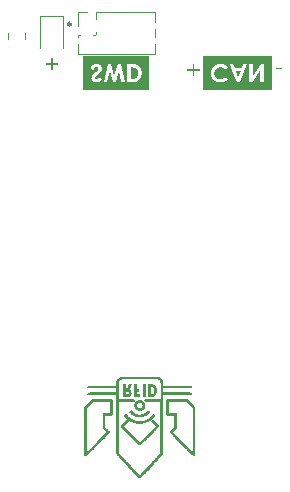
<source format=gbr>
%TF.GenerationSoftware,KiCad,Pcbnew,7.0.5*%
%TF.CreationDate,2023-08-24T03:33:07+02:00*%
%TF.ProjectId,Reader_Module,52656164-6572-45f4-9d6f-64756c652e6b,rev?*%
%TF.SameCoordinates,Original*%
%TF.FileFunction,Legend,Bot*%
%TF.FilePolarity,Positive*%
%FSLAX46Y46*%
G04 Gerber Fmt 4.6, Leading zero omitted, Abs format (unit mm)*
G04 Created by KiCad (PCBNEW 7.0.5) date 2023-08-24 03:33:07*
%MOMM*%
%LPD*%
G01*
G04 APERTURE LIST*
%ADD10C,0.234943*%
%ADD11C,0.187500*%
%ADD12C,0.150000*%
%ADD13C,0.300000*%
%ADD14C,0.120000*%
G04 APERTURE END LIST*
D10*
X116117471Y-64000000D02*
G75*
G03*
X116117471Y-64000000I-117471J0D01*
G01*
D11*
G36*
X126432955Y-67948155D02*
G01*
X126432955Y-68393654D01*
X126574005Y-68393654D01*
X126574005Y-67948155D01*
X127025366Y-67948155D01*
X127025366Y-67807472D01*
X126574005Y-67807472D01*
X126574005Y-67361973D01*
X126432955Y-67361973D01*
X126432955Y-67807472D01*
X125982327Y-67807472D01*
X125982327Y-67948155D01*
X126432955Y-67948155D01*
G37*
D12*
G36*
X114567044Y-67301844D02*
G01*
X114567044Y-66856345D01*
X114425994Y-66856345D01*
X114425994Y-67301844D01*
X113974633Y-67301844D01*
X113974633Y-67442527D01*
X114425994Y-67442527D01*
X114425994Y-67888026D01*
X114567044Y-67888026D01*
X114567044Y-67442527D01*
X115017672Y-67442527D01*
X115017672Y-67301844D01*
X114567044Y-67301844D01*
G37*
D11*
G36*
X133468998Y-67804024D02*
G01*
X134035764Y-67804024D01*
X134035764Y-67663340D01*
X133468998Y-67663340D01*
X133468998Y-67804024D01*
G37*
D13*
G36*
X130298360Y-68502971D02*
G01*
X130096127Y-67987130D01*
X130499127Y-67987130D01*
X130298360Y-68502971D01*
G37*
G36*
X133121632Y-69589309D02*
G01*
X127311692Y-69589309D01*
X127311692Y-68142102D01*
X127975977Y-68142102D01*
X127976377Y-68169887D01*
X127977580Y-68197280D01*
X127979583Y-68224280D01*
X127982388Y-68250889D01*
X127985995Y-68277106D01*
X127990402Y-68302930D01*
X127995612Y-68328362D01*
X128001622Y-68353402D01*
X128008434Y-68378050D01*
X128016048Y-68402306D01*
X128024463Y-68426170D01*
X128033679Y-68449642D01*
X128043697Y-68472721D01*
X128054516Y-68495409D01*
X128066137Y-68517704D01*
X128078559Y-68539607D01*
X128091726Y-68561092D01*
X128105584Y-68582042D01*
X128120131Y-68602457D01*
X128135368Y-68622337D01*
X128151295Y-68641681D01*
X128167912Y-68660490D01*
X128185218Y-68678764D01*
X128203214Y-68696502D01*
X128221900Y-68713706D01*
X128241276Y-68730374D01*
X128261342Y-68746507D01*
X128282097Y-68762105D01*
X128303542Y-68777167D01*
X128325677Y-68791694D01*
X128348502Y-68805686D01*
X128372017Y-68819143D01*
X128396036Y-68831964D01*
X128420285Y-68843958D01*
X128444763Y-68855125D01*
X128469469Y-68865465D01*
X128494405Y-68874978D01*
X128519570Y-68883663D01*
X128544963Y-68891521D01*
X128570586Y-68898552D01*
X128596438Y-68904756D01*
X128622518Y-68910133D01*
X128648828Y-68914682D01*
X128675366Y-68918405D01*
X128702134Y-68921300D01*
X128729130Y-68923368D01*
X128756356Y-68924609D01*
X128783810Y-68925022D01*
X128807203Y-68924714D01*
X128830487Y-68923791D01*
X128853662Y-68922253D01*
X128876729Y-68920099D01*
X128899687Y-68917330D01*
X128922536Y-68913945D01*
X128945276Y-68909945D01*
X128967908Y-68905330D01*
X128990431Y-68900099D01*
X129012845Y-68894253D01*
X129035150Y-68887792D01*
X129057347Y-68880715D01*
X129079434Y-68873023D01*
X129101413Y-68864715D01*
X129123284Y-68855792D01*
X129145045Y-68846254D01*
X129166565Y-68836193D01*
X129187709Y-68825612D01*
X129208479Y-68814509D01*
X129228874Y-68802885D01*
X129248894Y-68790741D01*
X129268539Y-68778076D01*
X129287808Y-68764890D01*
X129306703Y-68751182D01*
X129325223Y-68736954D01*
X129343368Y-68722205D01*
X129361139Y-68706935D01*
X129378534Y-68691144D01*
X129395554Y-68674833D01*
X129412199Y-68658000D01*
X129428469Y-68640646D01*
X129444365Y-68622772D01*
X129242498Y-68431896D01*
X129229557Y-68444924D01*
X129216515Y-68457539D01*
X129203373Y-68469739D01*
X129190131Y-68481527D01*
X129176789Y-68492901D01*
X129163346Y-68503861D01*
X129149804Y-68514407D01*
X129136161Y-68524540D01*
X129122418Y-68534260D01*
X129108575Y-68543565D01*
X129094631Y-68552458D01*
X129080588Y-68560936D01*
X129066444Y-68569001D01*
X129052200Y-68576653D01*
X129037856Y-68583891D01*
X129023412Y-68590715D01*
X129008868Y-68597125D01*
X128994223Y-68603123D01*
X128979479Y-68608706D01*
X128964634Y-68613876D01*
X128949689Y-68618632D01*
X128934643Y-68622975D01*
X128919498Y-68626904D01*
X128904252Y-68630420D01*
X128888906Y-68633521D01*
X128873460Y-68636210D01*
X128857914Y-68638485D01*
X128842268Y-68640346D01*
X128826521Y-68641793D01*
X128810675Y-68642827D01*
X128794728Y-68643448D01*
X128778681Y-68643654D01*
X128751790Y-68643089D01*
X128725432Y-68641393D01*
X128699606Y-68638567D01*
X128674313Y-68634610D01*
X128649552Y-68629522D01*
X128625323Y-68623304D01*
X128601627Y-68615955D01*
X128578463Y-68607476D01*
X128555831Y-68597866D01*
X128533732Y-68587126D01*
X128512165Y-68575254D01*
X128491131Y-68562253D01*
X128470629Y-68548121D01*
X128450659Y-68532858D01*
X128431222Y-68516464D01*
X128412317Y-68498941D01*
X128394305Y-68480632D01*
X128377455Y-68461795D01*
X128361767Y-68442427D01*
X128347241Y-68422531D01*
X128333877Y-68402104D01*
X128321676Y-68381149D01*
X128310636Y-68359663D01*
X128300759Y-68337649D01*
X128292043Y-68315104D01*
X128284490Y-68292031D01*
X128278098Y-68268427D01*
X128272869Y-68244294D01*
X128268802Y-68219632D01*
X128265897Y-68194440D01*
X128264154Y-68168719D01*
X128263573Y-68142468D01*
X128263830Y-68124141D01*
X128264603Y-68106072D01*
X128265891Y-68088260D01*
X128267694Y-68070706D01*
X128270013Y-68053410D01*
X128272846Y-68036371D01*
X128276195Y-68019590D01*
X128280059Y-68003066D01*
X128284438Y-67986800D01*
X128289333Y-67970792D01*
X128294742Y-67955041D01*
X128300667Y-67939548D01*
X128307107Y-67924312D01*
X128314062Y-67909334D01*
X128321533Y-67894614D01*
X128329518Y-67880151D01*
X128337975Y-67866055D01*
X128346858Y-67852342D01*
X128356167Y-67839013D01*
X128365903Y-67826067D01*
X128376065Y-67813504D01*
X128386654Y-67801326D01*
X128397669Y-67789531D01*
X128409111Y-67778119D01*
X128420979Y-67767091D01*
X128433274Y-67756446D01*
X128445995Y-67746185D01*
X128459143Y-67736308D01*
X128472717Y-67726814D01*
X128486717Y-67717703D01*
X128501144Y-67708976D01*
X128515998Y-67700633D01*
X128531169Y-67692736D01*
X128546549Y-67685349D01*
X128562138Y-67678471D01*
X128577936Y-67672102D01*
X128593943Y-67666243D01*
X128610159Y-67660894D01*
X128626584Y-67656054D01*
X128643218Y-67651723D01*
X128660060Y-67647902D01*
X128677112Y-67644591D01*
X128694373Y-67641788D01*
X128711842Y-67639496D01*
X128729521Y-67637713D01*
X128747408Y-67636439D01*
X128765505Y-67635675D01*
X128783810Y-67635420D01*
X128799433Y-67635597D01*
X128814888Y-67636130D01*
X128830174Y-67637017D01*
X128845290Y-67638259D01*
X128860238Y-67639856D01*
X128875018Y-67641808D01*
X128889628Y-67644115D01*
X128904069Y-67646777D01*
X128925414Y-67651436D01*
X128946380Y-67656892D01*
X128966965Y-67663148D01*
X128987171Y-67670202D01*
X129006996Y-67678054D01*
X129013520Y-67680849D01*
X129033213Y-67690093D01*
X129046545Y-67696985D01*
X129060040Y-67704461D01*
X129073699Y-67712521D01*
X129087521Y-67721165D01*
X129101505Y-67730393D01*
X129115653Y-67740204D01*
X129129964Y-67750600D01*
X129144439Y-67761579D01*
X129159076Y-67773143D01*
X129173877Y-67785290D01*
X129188840Y-67798021D01*
X129203967Y-67811336D01*
X129219257Y-67825235D01*
X129234710Y-67839718D01*
X129242498Y-67847178D01*
X129438137Y-67643846D01*
X129417234Y-67623812D01*
X129396474Y-67604559D01*
X129375858Y-67586088D01*
X129355384Y-67568398D01*
X129335054Y-67551490D01*
X129314866Y-67535362D01*
X129294822Y-67520017D01*
X129274921Y-67505452D01*
X129255163Y-67491669D01*
X129235549Y-67478668D01*
X129216077Y-67466447D01*
X129196748Y-67455008D01*
X129177563Y-67444351D01*
X129158520Y-67434475D01*
X129139621Y-67425380D01*
X129120865Y-67417067D01*
X129102016Y-67409436D01*
X129082838Y-67402298D01*
X129063330Y-67395652D01*
X129043494Y-67389498D01*
X129023328Y-67383836D01*
X129002833Y-67378667D01*
X128997637Y-67377500D01*
X129565631Y-67377500D01*
X129799371Y-67987130D01*
X130149982Y-68901575D01*
X130442341Y-68901575D01*
X131025593Y-67377500D01*
X131242481Y-67377500D01*
X131242481Y-68901575D01*
X131518719Y-68901575D01*
X132169016Y-67898469D01*
X132169016Y-68901575D01*
X132457345Y-68901575D01*
X132457345Y-67377500D01*
X132180373Y-67377500D01*
X131531176Y-68377308D01*
X131531176Y-67377500D01*
X131242481Y-67377500D01*
X131025593Y-67377500D01*
X130725907Y-67377500D01*
X130607205Y-67705762D01*
X129989148Y-67705762D01*
X129865317Y-67377500D01*
X129565631Y-67377500D01*
X128997637Y-67377500D01*
X128982009Y-67373990D01*
X128960856Y-67369806D01*
X128939373Y-67366114D01*
X128917562Y-67362914D01*
X128895421Y-67360206D01*
X128872951Y-67357991D01*
X128850152Y-67356268D01*
X128827024Y-67355037D01*
X128803566Y-67354298D01*
X128779780Y-67354052D01*
X128757809Y-67354268D01*
X128736088Y-67354915D01*
X128714618Y-67355994D01*
X128693398Y-67357504D01*
X128672429Y-67359446D01*
X128651710Y-67361819D01*
X128631241Y-67364623D01*
X128611023Y-67367860D01*
X128591056Y-67371527D01*
X128571339Y-67375626D01*
X128551872Y-67380157D01*
X128532656Y-67385119D01*
X128513690Y-67390512D01*
X128494975Y-67396337D01*
X128476510Y-67402594D01*
X128458295Y-67409282D01*
X128440331Y-67416401D01*
X128422618Y-67423952D01*
X128405155Y-67431934D01*
X128387942Y-67440348D01*
X128370980Y-67449193D01*
X128354268Y-67458470D01*
X128337807Y-67468179D01*
X128321596Y-67478318D01*
X128305635Y-67488890D01*
X128289925Y-67499892D01*
X128274466Y-67511327D01*
X128259256Y-67523192D01*
X128244298Y-67535489D01*
X128229590Y-67548218D01*
X128215132Y-67561378D01*
X128200924Y-67574970D01*
X128187085Y-67588922D01*
X128173685Y-67603117D01*
X128160724Y-67617555D01*
X128148202Y-67632237D01*
X128136120Y-67647162D01*
X128124477Y-67662331D01*
X128113274Y-67677742D01*
X128102510Y-67693397D01*
X128092185Y-67709295D01*
X128082300Y-67725437D01*
X128072854Y-67741822D01*
X128063847Y-67758450D01*
X128055280Y-67775321D01*
X128047152Y-67792436D01*
X128039463Y-67809794D01*
X128032214Y-67827395D01*
X128025404Y-67845239D01*
X128019033Y-67863327D01*
X128013102Y-67881658D01*
X128007610Y-67900233D01*
X128002557Y-67919050D01*
X127997944Y-67938111D01*
X127993770Y-67957416D01*
X127990036Y-67976963D01*
X127986741Y-67996754D01*
X127983885Y-68016788D01*
X127981469Y-68037065D01*
X127979492Y-68057586D01*
X127977954Y-68078350D01*
X127976855Y-68099357D01*
X127976196Y-68120608D01*
X127975977Y-68142102D01*
X127311692Y-68142102D01*
X127311692Y-66689767D01*
X133121632Y-66689767D01*
X133121632Y-69589309D01*
G37*
G36*
X121350752Y-67659045D02*
G01*
X121374207Y-67659577D01*
X121396811Y-67660464D01*
X121418565Y-67661707D01*
X121439469Y-67663304D01*
X121459524Y-67665256D01*
X121478728Y-67667563D01*
X121497082Y-67670225D01*
X121514586Y-67673241D01*
X121531239Y-67676613D01*
X121547043Y-67680340D01*
X121561997Y-67684421D01*
X121576100Y-67688858D01*
X121595662Y-67696178D01*
X121613311Y-67704296D01*
X121629782Y-67713427D01*
X121645674Y-67723646D01*
X121660986Y-67734954D01*
X121675719Y-67747350D01*
X121689872Y-67760834D01*
X121703445Y-67775407D01*
X121716439Y-67791068D01*
X121728853Y-67807817D01*
X121740687Y-67825655D01*
X121751942Y-67844581D01*
X121759124Y-67857803D01*
X121766000Y-67871506D01*
X121772433Y-67885595D01*
X121778422Y-67900071D01*
X121783968Y-67914933D01*
X121789070Y-67930181D01*
X121793728Y-67945816D01*
X121797943Y-67961838D01*
X121801714Y-67978245D01*
X121805041Y-67995039D01*
X121807925Y-68012220D01*
X121810365Y-68029787D01*
X121812361Y-68047740D01*
X121813914Y-68066080D01*
X121815023Y-68084806D01*
X121815688Y-68103918D01*
X121815910Y-68123417D01*
X121815778Y-68138470D01*
X121815382Y-68153310D01*
X121813798Y-68182356D01*
X121811157Y-68210555D01*
X121807461Y-68237906D01*
X121802708Y-68264410D01*
X121796899Y-68290067D01*
X121790034Y-68314877D01*
X121782113Y-68338839D01*
X121773136Y-68361955D01*
X121763102Y-68384223D01*
X121752013Y-68405644D01*
X121739867Y-68426217D01*
X121726665Y-68445944D01*
X121712407Y-68464823D01*
X121697092Y-68482855D01*
X121680722Y-68500040D01*
X121664985Y-68514591D01*
X121648092Y-68528204D01*
X121630043Y-68540878D01*
X121610838Y-68552613D01*
X121590476Y-68563409D01*
X121568958Y-68573267D01*
X121546283Y-68582185D01*
X121522452Y-68590165D01*
X121497465Y-68597206D01*
X121471322Y-68603309D01*
X121444022Y-68608472D01*
X121415566Y-68612697D01*
X121400904Y-68614457D01*
X121385953Y-68615982D01*
X121370713Y-68617273D01*
X121355184Y-68618329D01*
X121339366Y-68619151D01*
X121323259Y-68619738D01*
X121306863Y-68620090D01*
X121290177Y-68620207D01*
X121192358Y-68620207D01*
X121192358Y-67658867D01*
X121326448Y-67658867D01*
X121350752Y-67659045D01*
G37*
G36*
X122771823Y-69589309D02*
G01*
X117127846Y-69589309D01*
X117127846Y-67694771D01*
X117792131Y-67694771D01*
X118034298Y-67846446D01*
X118041154Y-67833463D01*
X118055062Y-67808733D01*
X118069230Y-67785652D01*
X118083658Y-67764220D01*
X118098347Y-67744436D01*
X118113297Y-67726301D01*
X118128506Y-67709815D01*
X118143977Y-67694977D01*
X118159707Y-67681788D01*
X118175699Y-67670247D01*
X118191950Y-67660356D01*
X118208463Y-67652112D01*
X118225235Y-67645518D01*
X118242268Y-67640572D01*
X118259562Y-67637275D01*
X118277116Y-67635626D01*
X118285990Y-67635420D01*
X118304125Y-67636078D01*
X118321528Y-67638053D01*
X118338197Y-67641345D01*
X118354134Y-67645953D01*
X118369338Y-67651878D01*
X118383810Y-67659119D01*
X118397548Y-67667677D01*
X118410554Y-67677552D01*
X118422404Y-67688382D01*
X118432674Y-67699625D01*
X118443289Y-67714258D01*
X118451435Y-67729535D01*
X118457113Y-67745457D01*
X118460323Y-67762022D01*
X118461113Y-67775737D01*
X118460182Y-67791422D01*
X118457392Y-67807107D01*
X118452741Y-67822792D01*
X118446229Y-67838477D01*
X118437857Y-67854162D01*
X118429820Y-67866710D01*
X118423011Y-67876121D01*
X118412048Y-67889597D01*
X118401941Y-67900800D01*
X118390217Y-67912944D01*
X118376876Y-67926028D01*
X118361919Y-67940052D01*
X118351050Y-67949924D01*
X118339462Y-67960213D01*
X118327156Y-67970921D01*
X118314132Y-67982046D01*
X118300389Y-67993590D01*
X118285927Y-68005551D01*
X118270748Y-68017930D01*
X118254849Y-68030727D01*
X118239564Y-68042981D01*
X118224622Y-68055059D01*
X118210021Y-68066961D01*
X118195762Y-68078686D01*
X118181845Y-68090236D01*
X118168270Y-68101610D01*
X118155037Y-68112808D01*
X118142147Y-68123829D01*
X118129598Y-68134675D01*
X118117391Y-68145345D01*
X118105527Y-68155838D01*
X118094004Y-68166156D01*
X118082824Y-68176297D01*
X118071985Y-68186263D01*
X118051334Y-68205666D01*
X118032051Y-68224365D01*
X118014137Y-68242360D01*
X117997590Y-68259650D01*
X117982412Y-68276237D01*
X117968602Y-68292119D01*
X117956160Y-68307298D01*
X117945086Y-68321772D01*
X117935380Y-68335542D01*
X117926640Y-68348959D01*
X117918464Y-68362373D01*
X117910852Y-68375783D01*
X117903804Y-68389192D01*
X117897319Y-68402597D01*
X117888650Y-68422699D01*
X117881250Y-68442795D01*
X117875118Y-68462885D01*
X117870254Y-68482968D01*
X117866660Y-68503045D01*
X117864334Y-68523115D01*
X117863277Y-68543179D01*
X117863206Y-68549865D01*
X117863674Y-68568973D01*
X117865078Y-68587738D01*
X117867418Y-68606159D01*
X117870694Y-68624237D01*
X117874905Y-68641971D01*
X117880053Y-68659362D01*
X117886137Y-68676410D01*
X117893156Y-68693114D01*
X117901112Y-68709474D01*
X117910003Y-68725491D01*
X117919831Y-68741165D01*
X117930594Y-68756495D01*
X117942294Y-68771481D01*
X117954929Y-68786124D01*
X117968500Y-68800424D01*
X117983007Y-68814380D01*
X117998247Y-68827778D01*
X118013925Y-68840312D01*
X118030041Y-68851981D01*
X118046594Y-68862786D01*
X118063586Y-68872727D01*
X118081015Y-68881803D01*
X118098883Y-68890014D01*
X118117188Y-68897362D01*
X118135931Y-68903845D01*
X118155113Y-68909463D01*
X118174732Y-68914217D01*
X118194789Y-68918107D01*
X118215284Y-68921132D01*
X118236216Y-68923293D01*
X118257587Y-68924590D01*
X118279396Y-68925022D01*
X118300594Y-68924546D01*
X118321599Y-68923116D01*
X118342411Y-68920733D01*
X118363030Y-68917397D01*
X118383455Y-68913108D01*
X118403688Y-68907866D01*
X118423727Y-68901671D01*
X118423994Y-68901575D01*
X118899651Y-68901575D01*
X119183949Y-68901575D01*
X119402302Y-67928878D01*
X119673412Y-68901575D01*
X119913381Y-68901575D01*
X120187421Y-67928878D01*
X120403942Y-68901575D01*
X120688241Y-68901575D01*
X120347156Y-67377500D01*
X120904762Y-67377500D01*
X120904762Y-67658867D01*
X120904762Y-68901575D01*
X121246946Y-68901575D01*
X121267457Y-68901494D01*
X121287636Y-68901253D01*
X121307482Y-68900850D01*
X121326997Y-68900287D01*
X121346180Y-68899562D01*
X121365030Y-68898677D01*
X121383549Y-68897630D01*
X121401735Y-68896423D01*
X121419590Y-68895054D01*
X121437112Y-68893525D01*
X121454303Y-68891834D01*
X121471161Y-68889983D01*
X121487688Y-68887970D01*
X121503882Y-68885797D01*
X121519745Y-68883462D01*
X121535275Y-68880967D01*
X121550474Y-68878310D01*
X121565340Y-68875493D01*
X121579874Y-68872514D01*
X121607947Y-68866074D01*
X121634692Y-68858990D01*
X121660108Y-68851262D01*
X121684196Y-68842890D01*
X121706957Y-68833874D01*
X121728389Y-68824214D01*
X121738607Y-68819143D01*
X121758490Y-68808437D01*
X121777929Y-68796926D01*
X121796924Y-68784612D01*
X121815475Y-68771493D01*
X121833583Y-68757569D01*
X121851247Y-68742842D01*
X121868468Y-68727310D01*
X121885245Y-68710974D01*
X121901578Y-68693833D01*
X121917467Y-68675889D01*
X121932913Y-68657140D01*
X121947916Y-68637587D01*
X121962474Y-68617229D01*
X121976590Y-68596067D01*
X121990261Y-68574101D01*
X122003489Y-68551331D01*
X122016088Y-68527915D01*
X122027875Y-68504012D01*
X122038849Y-68479623D01*
X122049009Y-68454748D01*
X122058357Y-68429386D01*
X122066893Y-68403537D01*
X122074615Y-68377202D01*
X122081524Y-68350380D01*
X122087621Y-68323071D01*
X122092904Y-68295276D01*
X122097375Y-68266995D01*
X122101033Y-68238227D01*
X122103878Y-68208972D01*
X122104996Y-68194162D01*
X122105910Y-68179230D01*
X122106622Y-68164177D01*
X122107130Y-68149003D01*
X122107435Y-68133706D01*
X122107536Y-68118288D01*
X122107309Y-68096372D01*
X122106626Y-68074679D01*
X122105488Y-68053210D01*
X122103895Y-68031963D01*
X122101847Y-68010940D01*
X122099344Y-67990141D01*
X122096386Y-67969564D01*
X122092973Y-67949211D01*
X122089105Y-67929081D01*
X122084781Y-67909174D01*
X122080003Y-67889491D01*
X122074769Y-67870030D01*
X122069081Y-67850793D01*
X122062937Y-67831780D01*
X122056338Y-67812989D01*
X122049284Y-67794422D01*
X122041830Y-67776163D01*
X122034029Y-67758295D01*
X122025881Y-67740820D01*
X122017388Y-67723737D01*
X122008548Y-67707046D01*
X121999361Y-67690747D01*
X121989829Y-67674840D01*
X121979950Y-67659325D01*
X121969724Y-67644203D01*
X121959153Y-67629472D01*
X121948235Y-67615134D01*
X121936971Y-67601188D01*
X121925360Y-67587634D01*
X121913403Y-67574472D01*
X121901100Y-67561702D01*
X121888450Y-67549324D01*
X121875562Y-67537422D01*
X121862541Y-67525986D01*
X121849390Y-67515016D01*
X121836106Y-67504513D01*
X121822691Y-67494477D01*
X121809144Y-67484907D01*
X121795465Y-67475804D01*
X121781655Y-67467167D01*
X121767713Y-67458997D01*
X121753640Y-67451293D01*
X121739434Y-67444056D01*
X121725098Y-67437286D01*
X121710629Y-67430982D01*
X121696029Y-67425144D01*
X121681297Y-67419773D01*
X121666434Y-67414869D01*
X121650819Y-67410343D01*
X121633833Y-67406110D01*
X121615476Y-67402169D01*
X121595748Y-67398520D01*
X121574649Y-67395162D01*
X121552179Y-67392097D01*
X121528339Y-67389323D01*
X121503127Y-67386842D01*
X121476544Y-67384652D01*
X121448590Y-67382755D01*
X121419265Y-67381149D01*
X121404088Y-67380455D01*
X121388569Y-67379835D01*
X121372707Y-67379288D01*
X121356502Y-67378813D01*
X121339955Y-67378412D01*
X121323064Y-67378083D01*
X121305831Y-67377828D01*
X121288255Y-67377645D01*
X121270337Y-67377536D01*
X121252076Y-67377500D01*
X120904762Y-67377500D01*
X120347156Y-67377500D01*
X120070184Y-67377500D01*
X119790648Y-68362653D01*
X119516608Y-67377500D01*
X119242568Y-67377500D01*
X118899651Y-68901575D01*
X118423994Y-68901575D01*
X118443573Y-68894522D01*
X118463226Y-68886421D01*
X118482685Y-68877366D01*
X118495551Y-68870800D01*
X118508439Y-68863719D01*
X118521460Y-68855940D01*
X118534612Y-68847462D01*
X118547895Y-68838285D01*
X118561310Y-68828411D01*
X118574857Y-68817838D01*
X118588536Y-68806566D01*
X118602346Y-68794596D01*
X118616288Y-68781928D01*
X118630361Y-68768562D01*
X118644567Y-68754497D01*
X118658903Y-68739733D01*
X118673372Y-68724272D01*
X118687972Y-68708112D01*
X118702704Y-68691253D01*
X118717568Y-68673696D01*
X118504344Y-68479523D01*
X118490270Y-68499398D01*
X118476168Y-68517991D01*
X118462037Y-68535302D01*
X118447878Y-68551331D01*
X118433690Y-68566077D01*
X118419473Y-68579541D01*
X118405228Y-68591722D01*
X118390954Y-68602622D01*
X118376651Y-68612239D01*
X118362320Y-68620573D01*
X118347960Y-68627626D01*
X118333572Y-68633396D01*
X118319155Y-68637884D01*
X118304709Y-68641090D01*
X118282987Y-68643494D01*
X118275732Y-68643654D01*
X118258487Y-68642921D01*
X118242244Y-68640721D01*
X118227003Y-68637053D01*
X118212763Y-68631919D01*
X118199526Y-68625318D01*
X118187290Y-68617250D01*
X118182676Y-68613613D01*
X118170474Y-68602214D01*
X118160797Y-68590274D01*
X118152698Y-68575661D01*
X118148034Y-68560311D01*
X118146772Y-68546568D01*
X118147999Y-68530412D01*
X118151681Y-68514641D01*
X118157817Y-68499256D01*
X118165029Y-68486376D01*
X118172418Y-68475860D01*
X118183414Y-68463180D01*
X118194554Y-68451574D01*
X118208174Y-68438171D01*
X118224273Y-68422972D01*
X118236383Y-68411841D01*
X118249595Y-68399911D01*
X118263909Y-68387183D01*
X118279325Y-68373656D01*
X118295843Y-68359330D01*
X118313462Y-68344206D01*
X118332184Y-68328284D01*
X118352008Y-68311563D01*
X118372934Y-68294043D01*
X118383810Y-68284984D01*
X118403910Y-68268476D01*
X118422993Y-68252749D01*
X118441061Y-68237804D01*
X118458113Y-68223641D01*
X118474149Y-68210258D01*
X118489168Y-68197657D01*
X118503171Y-68185838D01*
X118516159Y-68174800D01*
X118528130Y-68164543D01*
X118544182Y-68150623D01*
X118557947Y-68138461D01*
X118569427Y-68128057D01*
X118581176Y-68116920D01*
X118583478Y-68114624D01*
X118594224Y-68103799D01*
X118604573Y-68093032D01*
X118619349Y-68076988D01*
X118633231Y-68061072D01*
X118646217Y-68045286D01*
X118658308Y-68029628D01*
X118669504Y-68014099D01*
X118679805Y-67998699D01*
X118689210Y-67983427D01*
X118697721Y-67968285D01*
X118705336Y-67953271D01*
X118707676Y-67948295D01*
X118714223Y-67933325D01*
X118720126Y-67918091D01*
X118725386Y-67902594D01*
X118730001Y-67886832D01*
X118733972Y-67870806D01*
X118737300Y-67854516D01*
X118739983Y-67837962D01*
X118742022Y-67821144D01*
X118743418Y-67804062D01*
X118744169Y-67786716D01*
X118744312Y-67775005D01*
X118743808Y-67752445D01*
X118742297Y-67730377D01*
X118739778Y-67708802D01*
X118736252Y-67687718D01*
X118731718Y-67667128D01*
X118726177Y-67647029D01*
X118719628Y-67627423D01*
X118712072Y-67608309D01*
X118703508Y-67589687D01*
X118693937Y-67571558D01*
X118683358Y-67553921D01*
X118671772Y-67536776D01*
X118659178Y-67520124D01*
X118645577Y-67503964D01*
X118630968Y-67488296D01*
X118615352Y-67473121D01*
X118598970Y-67458702D01*
X118581973Y-67445214D01*
X118564360Y-67432656D01*
X118546132Y-67421028D01*
X118527289Y-67410331D01*
X118507830Y-67400563D01*
X118487756Y-67391726D01*
X118467066Y-67383819D01*
X118445761Y-67376843D01*
X118423841Y-67370796D01*
X118401305Y-67365680D01*
X118378154Y-67361494D01*
X118354387Y-67358238D01*
X118330006Y-67355913D01*
X118305008Y-67354517D01*
X118279396Y-67354052D01*
X118259362Y-67354373D01*
X118239651Y-67355334D01*
X118220264Y-67356937D01*
X118201200Y-67359181D01*
X118182460Y-67362066D01*
X118164043Y-67365593D01*
X118145949Y-67369760D01*
X118128179Y-67374569D01*
X118110732Y-67380018D01*
X118093609Y-67386109D01*
X118076809Y-67392841D01*
X118060333Y-67400214D01*
X118044180Y-67408228D01*
X118028350Y-67416884D01*
X118012844Y-67426180D01*
X117997662Y-67436118D01*
X117982777Y-67446788D01*
X117968164Y-67458191D01*
X117953823Y-67470327D01*
X117939753Y-67483196D01*
X117925956Y-67496797D01*
X117912431Y-67511131D01*
X117899177Y-67526198D01*
X117886195Y-67541997D01*
X117873486Y-67558529D01*
X117861048Y-67575794D01*
X117848882Y-67593792D01*
X117836988Y-67612522D01*
X117825366Y-67631985D01*
X117814016Y-67652181D01*
X117802938Y-67673110D01*
X117792131Y-67694771D01*
X117127846Y-67694771D01*
X117127846Y-66689767D01*
X122771823Y-66689767D01*
X122771823Y-69589309D01*
G37*
%TO.C,G\u002A\u002A\u002A*%
G36*
X122323870Y-94473967D02*
G01*
X122438127Y-94475202D01*
X122438127Y-95015235D01*
X122438127Y-95555267D01*
X122325043Y-95555267D01*
X122211960Y-95555267D01*
X122210787Y-95014000D01*
X122209614Y-94472733D01*
X122323870Y-94473967D01*
G37*
G36*
X121589027Y-94473968D02*
G01*
X121702294Y-94475202D01*
X121702024Y-94688468D01*
X121701986Y-94720462D01*
X121701959Y-94765009D01*
X121702004Y-94801626D01*
X121702155Y-94831116D01*
X121702446Y-94854281D01*
X121702910Y-94871926D01*
X121703581Y-94884852D01*
X121704494Y-94893862D01*
X121705682Y-94899760D01*
X121707179Y-94903348D01*
X121709019Y-94905430D01*
X121711236Y-94906807D01*
X121713445Y-94907609D01*
X121725517Y-94909366D01*
X121746207Y-94910541D01*
X121775084Y-94911117D01*
X121811713Y-94911075D01*
X121902710Y-94910269D01*
X121903945Y-95023909D01*
X121905179Y-95137550D01*
X121810855Y-95137550D01*
X121804695Y-95137556D01*
X121776209Y-95137741D01*
X121750908Y-95138155D01*
X121730304Y-95138756D01*
X121715907Y-95139502D01*
X121709230Y-95140352D01*
X121708413Y-95140740D01*
X121706001Y-95143474D01*
X121704260Y-95149263D01*
X121703085Y-95159342D01*
X121702374Y-95174947D01*
X121702023Y-95197312D01*
X121701929Y-95227672D01*
X121702055Y-95253084D01*
X121702448Y-95277880D01*
X121703057Y-95298289D01*
X121703834Y-95312698D01*
X121704730Y-95319491D01*
X121705666Y-95320927D01*
X121708678Y-95322657D01*
X121714477Y-95324015D01*
X121723984Y-95325044D01*
X121738120Y-95325790D01*
X121757804Y-95326293D01*
X121783958Y-95326599D01*
X121817501Y-95326751D01*
X121859355Y-95326792D01*
X122011178Y-95326792D01*
X122011178Y-95442184D01*
X122011178Y-95557575D01*
X121743470Y-95557575D01*
X121475761Y-95557575D01*
X121475761Y-95015154D01*
X121475761Y-94472733D01*
X121589027Y-94473968D01*
G37*
G36*
X122824670Y-94474128D02*
G01*
X122832607Y-94474216D01*
X122880224Y-94474788D01*
X122919876Y-94475443D01*
X122952661Y-94476308D01*
X122979681Y-94477510D01*
X123002035Y-94479179D01*
X123020822Y-94481442D01*
X123037143Y-94484428D01*
X123052098Y-94488263D01*
X123066785Y-94493077D01*
X123082305Y-94498997D01*
X123099758Y-94506151D01*
X123100223Y-94506345D01*
X123121678Y-94515962D01*
X123144029Y-94527022D01*
X123162513Y-94537168D01*
X123176775Y-94546631D01*
X123201015Y-94565763D01*
X123226931Y-94589086D01*
X123252402Y-94614552D01*
X123275309Y-94640111D01*
X123293529Y-94663716D01*
X123319345Y-94705475D01*
X123348042Y-94765952D01*
X123370238Y-94831144D01*
X123385657Y-94899750D01*
X123394025Y-94970468D01*
X123395067Y-95041998D01*
X123388506Y-95113036D01*
X123385376Y-95132872D01*
X123372526Y-95195687D01*
X123355926Y-95251730D01*
X123334976Y-95302523D01*
X123309076Y-95349586D01*
X123277627Y-95394444D01*
X123274354Y-95398605D01*
X123233646Y-95443099D01*
X123188131Y-95480054D01*
X123137065Y-95509990D01*
X123079705Y-95533431D01*
X123075616Y-95534793D01*
X123059320Y-95539959D01*
X123043951Y-95544180D01*
X123028379Y-95547550D01*
X123011477Y-95550165D01*
X122992116Y-95552118D01*
X122969166Y-95553504D01*
X122941501Y-95554417D01*
X122907990Y-95554953D01*
X122867506Y-95555205D01*
X122818919Y-95555267D01*
X122645832Y-95555267D01*
X122644659Y-95013709D01*
X122643985Y-94702726D01*
X122874242Y-94702726D01*
X122875429Y-95013605D01*
X122876615Y-95324484D01*
X122921990Y-95325810D01*
X122938855Y-95325972D01*
X122978870Y-95322950D01*
X123012695Y-95314708D01*
X123041525Y-95300997D01*
X123054702Y-95292181D01*
X123088116Y-95262393D01*
X123115625Y-95225666D01*
X123137153Y-95182177D01*
X123152625Y-95132105D01*
X123161962Y-95075629D01*
X123165090Y-95012927D01*
X123163231Y-94966640D01*
X123155039Y-94910058D01*
X123140418Y-94859497D01*
X123119475Y-94815176D01*
X123092320Y-94777314D01*
X123059061Y-94746126D01*
X123019808Y-94721833D01*
X123010360Y-94717269D01*
X122997940Y-94711967D01*
X122986285Y-94708515D01*
X122972896Y-94706424D01*
X122955276Y-94705201D01*
X122930924Y-94704356D01*
X122874242Y-94702726D01*
X122643985Y-94702726D01*
X122643486Y-94472150D01*
X122824670Y-94474128D01*
G37*
G36*
X122636824Y-96679658D02*
G01*
X122642744Y-96682507D01*
X122652378Y-96688060D01*
X122666519Y-96696802D01*
X122685960Y-96709217D01*
X122711495Y-96725789D01*
X122743915Y-96747000D01*
X122750413Y-96751275D01*
X122773678Y-96766830D01*
X122793770Y-96780643D01*
X122809541Y-96791899D01*
X122819846Y-96799786D01*
X122823535Y-96803489D01*
X122823531Y-96803561D01*
X122820722Y-96808969D01*
X122813441Y-96820081D01*
X122802766Y-96835317D01*
X122789773Y-96853094D01*
X122768501Y-96880704D01*
X122704941Y-96953423D01*
X122636080Y-97019069D01*
X122562469Y-97077530D01*
X122484654Y-97128694D01*
X122403185Y-97172450D01*
X122318610Y-97208683D01*
X122231477Y-97237284D01*
X122142335Y-97258139D01*
X122051732Y-97271136D01*
X121960217Y-97276163D01*
X121868338Y-97273108D01*
X121776644Y-97261858D01*
X121685682Y-97242302D01*
X121596003Y-97214328D01*
X121508153Y-97177823D01*
X121422681Y-97132675D01*
X121371642Y-97100501D01*
X121303482Y-97050712D01*
X121239057Y-96995757D01*
X121179740Y-96936925D01*
X121126907Y-96875508D01*
X121081930Y-96812793D01*
X121074331Y-96801012D01*
X121155725Y-96748174D01*
X121161848Y-96744200D01*
X121186608Y-96728131D01*
X121209079Y-96713552D01*
X121227898Y-96701347D01*
X121241702Y-96692400D01*
X121249126Y-96687597D01*
X121258546Y-96682036D01*
X121264367Y-96679519D01*
X121267845Y-96682446D01*
X121275706Y-96691442D01*
X121286662Y-96705072D01*
X121299502Y-96721877D01*
X121299898Y-96722406D01*
X121342037Y-96773282D01*
X121390589Y-96822560D01*
X121443753Y-96868787D01*
X121499727Y-96910511D01*
X121556711Y-96946281D01*
X121612904Y-96974642D01*
X121620690Y-96978058D01*
X121634659Y-96984217D01*
X121644233Y-96988476D01*
X121671018Y-96999186D01*
X121712020Y-97012220D01*
X121758100Y-97023932D01*
X121806927Y-97033861D01*
X121856167Y-97041545D01*
X121903489Y-97046523D01*
X121946559Y-97048332D01*
X121989805Y-97047342D01*
X122042226Y-97042923D01*
X122094775Y-97034621D01*
X122149297Y-97022064D01*
X122207635Y-97004879D01*
X122271636Y-96982694D01*
X122271995Y-96982561D01*
X122291284Y-96974145D01*
X122316214Y-96961365D01*
X122344981Y-96945231D01*
X122375781Y-96926755D01*
X122406810Y-96906948D01*
X122410499Y-96904492D01*
X122457506Y-96869488D01*
X122505118Y-96827626D01*
X122551493Y-96780760D01*
X122594787Y-96730742D01*
X122633157Y-96679424D01*
X122633826Y-96679031D01*
X122636824Y-96679658D01*
G37*
G36*
X123095083Y-96978131D02*
G01*
X123105627Y-96983631D01*
X123121408Y-96992801D01*
X123141117Y-97004878D01*
X123163445Y-97019099D01*
X123180319Y-97030035D01*
X123204323Y-97045588D01*
X123226237Y-97059782D01*
X123244176Y-97071397D01*
X123256254Y-97079211D01*
X123267579Y-97086950D01*
X123276905Y-97094273D01*
X123280486Y-97098454D01*
X123280471Y-97098676D01*
X123277359Y-97105380D01*
X123269449Y-97117956D01*
X123257652Y-97135158D01*
X123242874Y-97155741D01*
X123226024Y-97178460D01*
X123208011Y-97202070D01*
X123189743Y-97225326D01*
X123172128Y-97246983D01*
X123148028Y-97275297D01*
X123065716Y-97362750D01*
X122976946Y-97443834D01*
X122882221Y-97518175D01*
X122782047Y-97585397D01*
X122676927Y-97645125D01*
X122567366Y-97696984D01*
X122523010Y-97715004D01*
X122433293Y-97746202D01*
X122339464Y-97772499D01*
X122243258Y-97793587D01*
X122146414Y-97809161D01*
X122050669Y-97818916D01*
X121957761Y-97822546D01*
X121869428Y-97819745D01*
X121836971Y-97817191D01*
X121726863Y-97804732D01*
X121622502Y-97786598D01*
X121522407Y-97762393D01*
X121425093Y-97731719D01*
X121329080Y-97694179D01*
X121232883Y-97649378D01*
X121158463Y-97609174D01*
X121063194Y-97549174D01*
X120971175Y-97481544D01*
X120883374Y-97407116D01*
X120800759Y-97326725D01*
X120724295Y-97241204D01*
X120654952Y-97151387D01*
X120654291Y-97150460D01*
X120641674Y-97132372D01*
X120631366Y-97116869D01*
X120624413Y-97105574D01*
X120621863Y-97100107D01*
X120622867Y-97098022D01*
X120627012Y-97093958D01*
X120634992Y-97087726D01*
X120647471Y-97078868D01*
X120665114Y-97066929D01*
X120688582Y-97051451D01*
X120718542Y-97031978D01*
X120755655Y-97008052D01*
X120760228Y-97005114D01*
X120780150Y-96992439D01*
X120793970Y-96984122D01*
X120803059Y-96979592D01*
X120808789Y-96978273D01*
X120812532Y-96979595D01*
X120815659Y-96982982D01*
X120817914Y-96985952D01*
X120825571Y-96996204D01*
X120836941Y-97011532D01*
X120850906Y-97030426D01*
X120866345Y-97051373D01*
X120878430Y-97067389D01*
X120924207Y-97122520D01*
X120976612Y-97178410D01*
X121033968Y-97233504D01*
X121094600Y-97286245D01*
X121156830Y-97335079D01*
X121218980Y-97378451D01*
X121261645Y-97404492D01*
X121313698Y-97432899D01*
X121369756Y-97460630D01*
X121427201Y-97486452D01*
X121483410Y-97509133D01*
X121535765Y-97527441D01*
X121613975Y-97549877D01*
X121723784Y-97573437D01*
X121833710Y-97587767D01*
X121943726Y-97592868D01*
X122053802Y-97588740D01*
X122163911Y-97575384D01*
X122274024Y-97552798D01*
X122384113Y-97520985D01*
X122469869Y-97489059D01*
X122567110Y-97444036D01*
X122661032Y-97391037D01*
X122750863Y-97330630D01*
X122835832Y-97263386D01*
X122915167Y-97189874D01*
X122988098Y-97110664D01*
X123053852Y-97026326D01*
X123054980Y-97024748D01*
X123067972Y-97006805D01*
X123079103Y-96991839D01*
X123087223Y-96981373D01*
X123091179Y-96976932D01*
X123095083Y-96978131D01*
G37*
G36*
X121960406Y-95804024D02*
G01*
X121986512Y-95804839D01*
X122022963Y-95807492D01*
X122054652Y-95812320D01*
X122084294Y-95819931D01*
X122114602Y-95830928D01*
X122148290Y-95845918D01*
X122178381Y-95861415D01*
X122232983Y-95897036D01*
X122281412Y-95939482D01*
X122323806Y-95988882D01*
X122360302Y-96045367D01*
X122373907Y-96072234D01*
X122393015Y-96121611D01*
X122406856Y-96173981D01*
X122415008Y-96227079D01*
X122417051Y-96278637D01*
X122412562Y-96326390D01*
X122412356Y-96327561D01*
X122402604Y-96375367D01*
X122391173Y-96416321D01*
X122377320Y-96452702D01*
X122360302Y-96486792D01*
X122330944Y-96533539D01*
X122289802Y-96584304D01*
X122242755Y-96628089D01*
X122189611Y-96665044D01*
X122130177Y-96695322D01*
X122064258Y-96719074D01*
X122063912Y-96719176D01*
X122044056Y-96723161D01*
X122017331Y-96725988D01*
X121985975Y-96727660D01*
X121952228Y-96728180D01*
X121918327Y-96727551D01*
X121886511Y-96725775D01*
X121859019Y-96722855D01*
X121838091Y-96718794D01*
X121805088Y-96708307D01*
X121764974Y-96692327D01*
X121726709Y-96673892D01*
X121693966Y-96654639D01*
X121671832Y-96638894D01*
X121624341Y-96597282D01*
X121582460Y-96549180D01*
X121546959Y-96495680D01*
X121518608Y-96437874D01*
X121498178Y-96376856D01*
X121497872Y-96375678D01*
X121493417Y-96356747D01*
X121490390Y-96338898D01*
X121488539Y-96319554D01*
X121487612Y-96296140D01*
X121487363Y-96266431D01*
X121715776Y-96266431D01*
X121715934Y-96276938D01*
X121720555Y-96319847D01*
X121731853Y-96357600D01*
X121750200Y-96391559D01*
X121766786Y-96413689D01*
X121799514Y-96446820D01*
X121835956Y-96472473D01*
X121875159Y-96490537D01*
X121916168Y-96500903D01*
X121958027Y-96503462D01*
X121999781Y-96498104D01*
X122040477Y-96484718D01*
X122079158Y-96463196D01*
X122114870Y-96433429D01*
X122125001Y-96422862D01*
X122152714Y-96387372D01*
X122171869Y-96350181D01*
X122182984Y-96310082D01*
X122186573Y-96265867D01*
X122185212Y-96241409D01*
X122176162Y-96198470D01*
X122159376Y-96158182D01*
X122135731Y-96121584D01*
X122106105Y-96089717D01*
X122071377Y-96063623D01*
X122032422Y-96044342D01*
X121990120Y-96032915D01*
X121975568Y-96030979D01*
X121929814Y-96030704D01*
X121885753Y-96039047D01*
X121844348Y-96055549D01*
X121806563Y-96079751D01*
X121773360Y-96111193D01*
X121745703Y-96149417D01*
X121734736Y-96169805D01*
X121723651Y-96198819D01*
X121717607Y-96229949D01*
X121715776Y-96266431D01*
X121487363Y-96266431D01*
X121487360Y-96266080D01*
X121488241Y-96227641D01*
X121491994Y-96186929D01*
X121499233Y-96149982D01*
X121510541Y-96113980D01*
X121526497Y-96076109D01*
X121545563Y-96038921D01*
X121581884Y-95983447D01*
X121624407Y-95934770D01*
X121672934Y-95893046D01*
X121727273Y-95858434D01*
X121787228Y-95831093D01*
X121852604Y-95811181D01*
X121867709Y-95807984D01*
X121885148Y-95805483D01*
X121904872Y-95804092D01*
X121929189Y-95803656D01*
X121960406Y-95804024D01*
G37*
G36*
X120680713Y-94473968D02*
G01*
X120794951Y-94475202D01*
X120797259Y-94678291D01*
X120799566Y-94881381D01*
X120844564Y-94882702D01*
X120889562Y-94884023D01*
X120896272Y-94868855D01*
X120896305Y-94868781D01*
X120899839Y-94859549D01*
X120905567Y-94843211D01*
X120912923Y-94821439D01*
X120921341Y-94795910D01*
X120930256Y-94768297D01*
X120931529Y-94764310D01*
X120941869Y-94731998D01*
X120953969Y-94694261D01*
X120966885Y-94654038D01*
X120979672Y-94614272D01*
X120991387Y-94577901D01*
X121025247Y-94472894D01*
X121144344Y-94472894D01*
X121161833Y-94472928D01*
X121196651Y-94473243D01*
X121224881Y-94473867D01*
X121245863Y-94474776D01*
X121258936Y-94475945D01*
X121263441Y-94477350D01*
X121263002Y-94479549D01*
X121260200Y-94489430D01*
X121255240Y-94505550D01*
X121248622Y-94526294D01*
X121240849Y-94550047D01*
X121239963Y-94552726D01*
X121229745Y-94583862D01*
X121218591Y-94618213D01*
X121207791Y-94651788D01*
X121198634Y-94680599D01*
X121198264Y-94681773D01*
X121190423Y-94706481D01*
X121180584Y-94737227D01*
X121169579Y-94771426D01*
X121158241Y-94806492D01*
X121147401Y-94839840D01*
X121143408Y-94852144D01*
X121134591Y-94879766D01*
X121127023Y-94904101D01*
X121121120Y-94923779D01*
X121117295Y-94937432D01*
X121115962Y-94943692D01*
X121118603Y-94948844D01*
X121126948Y-94957935D01*
X121138988Y-94968241D01*
X121143827Y-94972088D01*
X121175163Y-95003029D01*
X121202814Y-95040858D01*
X121225839Y-95083861D01*
X121243297Y-95130322D01*
X121254249Y-95178525D01*
X121257220Y-95211346D01*
X121254428Y-95260805D01*
X121243456Y-95309529D01*
X121224907Y-95356526D01*
X121199384Y-95400806D01*
X121167491Y-95441377D01*
X121129832Y-95477248D01*
X121087010Y-95507429D01*
X121039629Y-95530928D01*
X121032990Y-95533572D01*
X121019995Y-95538520D01*
X121007737Y-95542614D01*
X120995219Y-95545946D01*
X120981445Y-95548608D01*
X120965417Y-95550693D01*
X120946138Y-95552293D01*
X120922612Y-95553500D01*
X120893843Y-95554406D01*
X120858833Y-95555103D01*
X120816585Y-95555685D01*
X120766103Y-95556243D01*
X120566475Y-95558338D01*
X120566475Y-95326792D01*
X120797259Y-95326792D01*
X120863363Y-95326792D01*
X120890762Y-95326504D01*
X120916909Y-95325311D01*
X120936269Y-95323092D01*
X120950166Y-95319740D01*
X120952313Y-95318984D01*
X120978537Y-95305426D01*
X121000003Y-95286368D01*
X121015875Y-95263373D01*
X121025317Y-95238001D01*
X121027493Y-95211815D01*
X121021567Y-95186376D01*
X121016768Y-95176851D01*
X121001298Y-95155965D01*
X120981315Y-95137153D01*
X120959825Y-95123481D01*
X120956460Y-95121937D01*
X120946200Y-95118089D01*
X120934477Y-95115343D01*
X120919349Y-95113424D01*
X120898874Y-95112060D01*
X120871109Y-95110975D01*
X120861192Y-95110695D01*
X120838310Y-95110381D01*
X120819448Y-95110586D01*
X120806340Y-95111275D01*
X120800720Y-95112411D01*
X120800183Y-95114249D01*
X120799245Y-95124065D01*
X120798440Y-95141040D01*
X120797812Y-95163823D01*
X120797404Y-95191061D01*
X120797259Y-95221401D01*
X120797259Y-95326792D01*
X120566475Y-95326792D01*
X120566475Y-95015535D01*
X120566475Y-94472733D01*
X120680713Y-94473968D01*
G37*
G36*
X123306780Y-97705195D02*
G01*
X123346718Y-97745188D01*
X123391364Y-97790040D01*
X123430038Y-97829088D01*
X123463090Y-97862695D01*
X123490868Y-97891225D01*
X123513721Y-97915043D01*
X123531998Y-97934512D01*
X123546046Y-97949996D01*
X123556215Y-97961861D01*
X123562854Y-97970468D01*
X123566310Y-97976183D01*
X123573076Y-97998521D01*
X123575749Y-98025635D01*
X123573822Y-98052600D01*
X123567257Y-98075511D01*
X123566560Y-98076674D01*
X123561718Y-98082686D01*
X123552425Y-98093058D01*
X123538550Y-98107922D01*
X123519960Y-98127413D01*
X123496525Y-98151662D01*
X123468111Y-98180805D01*
X123434587Y-98214974D01*
X123395821Y-98254303D01*
X123351681Y-98298925D01*
X123302036Y-98348973D01*
X123246752Y-98404581D01*
X123185700Y-98465883D01*
X123118746Y-98533012D01*
X123045758Y-98606100D01*
X122966605Y-98685283D01*
X122881155Y-98770692D01*
X122789276Y-98862462D01*
X122732402Y-98919236D01*
X122663080Y-98988397D01*
X122595616Y-99055660D01*
X122530303Y-99120736D01*
X122467431Y-99183336D01*
X122407294Y-99243170D01*
X122350183Y-99299949D01*
X122296389Y-99353383D01*
X122246204Y-99403183D01*
X122199921Y-99449060D01*
X122157831Y-99490724D01*
X122120225Y-99527886D01*
X122087396Y-99560257D01*
X122059635Y-99587547D01*
X122037235Y-99609467D01*
X122020486Y-99625727D01*
X122009682Y-99636038D01*
X122005113Y-99640111D01*
X121998125Y-99643492D01*
X121979504Y-99648069D01*
X121956903Y-99650021D01*
X121933530Y-99649350D01*
X121912591Y-99646053D01*
X121897295Y-99640130D01*
X121894133Y-99637365D01*
X121884539Y-99628263D01*
X121868942Y-99613156D01*
X121847636Y-99592333D01*
X121820911Y-99566083D01*
X121789059Y-99534697D01*
X121752373Y-99498462D01*
X121711143Y-99457669D01*
X121665663Y-99412607D01*
X121616223Y-99363565D01*
X121563116Y-99310833D01*
X121506634Y-99254699D01*
X121447067Y-99195454D01*
X121384708Y-99133387D01*
X121319850Y-99068786D01*
X121252783Y-99001942D01*
X121183799Y-98933143D01*
X121113191Y-98862679D01*
X121067641Y-98817203D01*
X120982852Y-98732519D01*
X120904318Y-98654034D01*
X120831842Y-98581550D01*
X120765226Y-98514865D01*
X120704272Y-98453780D01*
X120648784Y-98398095D01*
X120598562Y-98347609D01*
X120553410Y-98302122D01*
X120513129Y-98261435D01*
X120477523Y-98225347D01*
X120446394Y-98193658D01*
X120419544Y-98166167D01*
X120396775Y-98142676D01*
X120377891Y-98122983D01*
X120362692Y-98106889D01*
X120350982Y-98094194D01*
X120342563Y-98084697D01*
X120337238Y-98078198D01*
X120334809Y-98074498D01*
X120330737Y-98063290D01*
X120326077Y-98034814D01*
X120327690Y-98005027D01*
X120335546Y-97977689D01*
X120337407Y-97974132D01*
X120341937Y-97967406D01*
X120348998Y-97958447D01*
X120358993Y-97946833D01*
X120372327Y-97932137D01*
X120389404Y-97913935D01*
X120410629Y-97891803D01*
X120436408Y-97865316D01*
X120467144Y-97834049D01*
X120503242Y-97797577D01*
X120545106Y-97755476D01*
X120593142Y-97707321D01*
X120597961Y-97702496D01*
X120637394Y-97663063D01*
X120674891Y-97625645D01*
X120709942Y-97590747D01*
X120742040Y-97558871D01*
X120770675Y-97530520D01*
X120795339Y-97506196D01*
X120815524Y-97486402D01*
X120830721Y-97471641D01*
X120840421Y-97462416D01*
X120844116Y-97459229D01*
X120844989Y-97459472D01*
X120851310Y-97463830D01*
X120860369Y-97471922D01*
X120867309Y-97478511D01*
X120884312Y-97493897D01*
X120904798Y-97511748D01*
X120927281Y-97530836D01*
X120950277Y-97549934D01*
X120972302Y-97567817D01*
X120991871Y-97583258D01*
X121007500Y-97595031D01*
X121017703Y-97601908D01*
X121018481Y-97602847D01*
X121018064Y-97605605D01*
X121015314Y-97610349D01*
X121009808Y-97617531D01*
X121001121Y-97627600D01*
X120988832Y-97641006D01*
X120972516Y-97658201D01*
X120951751Y-97679633D01*
X120926114Y-97705754D01*
X120895180Y-97737013D01*
X120858527Y-97773861D01*
X120815732Y-97816748D01*
X120605730Y-98026973D01*
X121278452Y-98699695D01*
X121951175Y-99372418D01*
X122623897Y-98699695D01*
X123296620Y-98026973D01*
X123086681Y-97816996D01*
X122876742Y-97607019D01*
X122887820Y-97599260D01*
X122893393Y-97595264D01*
X122912618Y-97580664D01*
X122935715Y-97562279D01*
X122960521Y-97541902D01*
X122984873Y-97521327D01*
X123006608Y-97502345D01*
X123023563Y-97486751D01*
X123056626Y-97454977D01*
X123306780Y-97705195D01*
G37*
G36*
X118752519Y-95752612D02*
G01*
X118842561Y-95752733D01*
X118939392Y-95752868D01*
X119027733Y-95753003D01*
X119107984Y-95753142D01*
X119180542Y-95753289D01*
X119245808Y-95753448D01*
X119304181Y-95753625D01*
X119356059Y-95753824D01*
X119401843Y-95754050D01*
X119441930Y-95754306D01*
X119476721Y-95754597D01*
X119506614Y-95754929D01*
X119532008Y-95755304D01*
X119553304Y-95755729D01*
X119570899Y-95756207D01*
X119585194Y-95756743D01*
X119596586Y-95757342D01*
X119605476Y-95758008D01*
X119612263Y-95758745D01*
X119617345Y-95759558D01*
X119621123Y-95760452D01*
X119623994Y-95761430D01*
X119626359Y-95762499D01*
X119637911Y-95769146D01*
X119662352Y-95790280D01*
X119681600Y-95817740D01*
X119691807Y-95836823D01*
X119691807Y-96443783D01*
X119691807Y-97050743D01*
X119681615Y-97069797D01*
X119668531Y-97088766D01*
X119649868Y-97107485D01*
X119629078Y-97122338D01*
X119608951Y-97130979D01*
X119603448Y-97131858D01*
X119588426Y-97133008D01*
X119565079Y-97133974D01*
X119533258Y-97134758D01*
X119492810Y-97135363D01*
X119443586Y-97135792D01*
X119385433Y-97136048D01*
X119318202Y-97136132D01*
X119047922Y-97136132D01*
X119047941Y-97631162D01*
X119047960Y-98126192D01*
X119217039Y-98294664D01*
X119230594Y-98308182D01*
X119270141Y-98347805D01*
X119303515Y-98381564D01*
X119331091Y-98409859D01*
X119353247Y-98433087D01*
X119370357Y-98451647D01*
X119382800Y-98465938D01*
X119390950Y-98476359D01*
X119395185Y-98483308D01*
X119399138Y-98493818D01*
X119404106Y-98522431D01*
X119402357Y-98552009D01*
X119393939Y-98578854D01*
X119392396Y-98581213D01*
X119387655Y-98587030D01*
X119379738Y-98595956D01*
X119368477Y-98608162D01*
X119353705Y-98623818D01*
X119335252Y-98643095D01*
X119312951Y-98666163D01*
X119286634Y-98693191D01*
X119256132Y-98724351D01*
X119221277Y-98759812D01*
X119181901Y-98799746D01*
X119137835Y-98844321D01*
X119088912Y-98893709D01*
X119034964Y-98948080D01*
X118975821Y-99007604D01*
X118911316Y-99072451D01*
X118841281Y-99142792D01*
X118765548Y-99218797D01*
X118683947Y-99300637D01*
X118596312Y-99388480D01*
X118502473Y-99482499D01*
X118402263Y-99582863D01*
X118377602Y-99607558D01*
X118283418Y-99701859D01*
X118195479Y-99789889D01*
X118113569Y-99871861D01*
X118037470Y-99947989D01*
X117966968Y-100018487D01*
X117901844Y-100083568D01*
X117841883Y-100143447D01*
X117786867Y-100198338D01*
X117736581Y-100248453D01*
X117690808Y-100294008D01*
X117649332Y-100335215D01*
X117611935Y-100372290D01*
X117578401Y-100405444D01*
X117548515Y-100434893D01*
X117522058Y-100460850D01*
X117498816Y-100483529D01*
X117478571Y-100503144D01*
X117461106Y-100519908D01*
X117446206Y-100534035D01*
X117433653Y-100545740D01*
X117423232Y-100555236D01*
X117414725Y-100562737D01*
X117407916Y-100568456D01*
X117402589Y-100572608D01*
X117398527Y-100575406D01*
X117395514Y-100577064D01*
X117380450Y-100582767D01*
X117348922Y-100588023D01*
X117318097Y-100584829D01*
X117289405Y-100573639D01*
X117264270Y-100554904D01*
X117244122Y-100529077D01*
X117231658Y-100507875D01*
X117231473Y-100189391D01*
X117464749Y-100189391D01*
X118294366Y-99359775D01*
X119123982Y-98530158D01*
X118977986Y-98383563D01*
X118956239Y-98361644D01*
X118926831Y-98331728D01*
X118899717Y-98303833D01*
X118875608Y-98278705D01*
X118855214Y-98257092D01*
X118839243Y-98239742D01*
X118828405Y-98227400D01*
X118823410Y-98220814D01*
X118823309Y-98220621D01*
X118822088Y-98217993D01*
X118820989Y-98214696D01*
X118820008Y-98210255D01*
X118819136Y-98204193D01*
X118818368Y-98196036D01*
X118817697Y-98185308D01*
X118817116Y-98171532D01*
X118816620Y-98154234D01*
X118816200Y-98132937D01*
X118815852Y-98107166D01*
X118815568Y-98076444D01*
X118815342Y-98040297D01*
X118815167Y-97998249D01*
X118815037Y-97949824D01*
X118814946Y-97894546D01*
X118814886Y-97831939D01*
X118814851Y-97761528D01*
X118814835Y-97682837D01*
X118814831Y-97595391D01*
X118814831Y-96986123D01*
X118824793Y-96967661D01*
X118826705Y-96964261D01*
X118846551Y-96938935D01*
X118874834Y-96916575D01*
X118877736Y-96914889D01*
X118881583Y-96913292D01*
X118886822Y-96911930D01*
X118894165Y-96910777D01*
X118904325Y-96909805D01*
X118918016Y-96908988D01*
X118935948Y-96908300D01*
X118958836Y-96907712D01*
X118987391Y-96907199D01*
X119022327Y-96906732D01*
X119064357Y-96906287D01*
X119114191Y-96905835D01*
X119172545Y-96905349D01*
X119456408Y-96903041D01*
X119457584Y-96444937D01*
X119458761Y-95986832D01*
X118714463Y-95986917D01*
X117970164Y-95987003D01*
X117717566Y-96253472D01*
X117464968Y-96519941D01*
X117464859Y-98354666D01*
X117464749Y-100189391D01*
X117231473Y-100189391D01*
X117230483Y-98479751D01*
X117229309Y-96451627D01*
X117240122Y-96428088D01*
X117241851Y-96424686D01*
X117248776Y-96413948D01*
X117259753Y-96399706D01*
X117275293Y-96381368D01*
X117295904Y-96358346D01*
X117322096Y-96330051D01*
X117354380Y-96295891D01*
X117367016Y-96282612D01*
X117393151Y-96255123D01*
X117424059Y-96222591D01*
X117458743Y-96186065D01*
X117496209Y-96146592D01*
X117535463Y-96105221D01*
X117575507Y-96063002D01*
X117615349Y-96020981D01*
X117653991Y-95980209D01*
X117690347Y-95941889D01*
X117726964Y-95903437D01*
X117758204Y-95870837D01*
X117784556Y-95843601D01*
X117806508Y-95821244D01*
X117824551Y-95803280D01*
X117839173Y-95789222D01*
X117850863Y-95778585D01*
X117860110Y-95770882D01*
X117867405Y-95765627D01*
X117873235Y-95762335D01*
X117896314Y-95751484D01*
X118752519Y-95752612D01*
G37*
G36*
X126027144Y-95761250D02*
G01*
X126028742Y-95761991D01*
X126033636Y-95764834D01*
X126039760Y-95769252D01*
X126047505Y-95775640D01*
X126057264Y-95784395D01*
X126069428Y-95795912D01*
X126084390Y-95810588D01*
X126102541Y-95828818D01*
X126124275Y-95850999D01*
X126149982Y-95877527D01*
X126180055Y-95908797D01*
X126214886Y-95945206D01*
X126254868Y-95987149D01*
X126300391Y-96035024D01*
X126351849Y-96089225D01*
X126363894Y-96101925D01*
X126406959Y-96147441D01*
X126448200Y-96191191D01*
X126487161Y-96232684D01*
X126523388Y-96271429D01*
X126556426Y-96306935D01*
X126585820Y-96338710D01*
X126611116Y-96366263D01*
X126631858Y-96389102D01*
X126647591Y-96406737D01*
X126657861Y-96418677D01*
X126662212Y-96424429D01*
X126662271Y-96424548D01*
X126662949Y-96426162D01*
X126663590Y-96428315D01*
X126664194Y-96431261D01*
X126664763Y-96435257D01*
X126665298Y-96440558D01*
X126665800Y-96447420D01*
X126666270Y-96456099D01*
X126666708Y-96466849D01*
X126667117Y-96479928D01*
X126667497Y-96495590D01*
X126667849Y-96514091D01*
X126668174Y-96535687D01*
X126668473Y-96560634D01*
X126668748Y-96589187D01*
X126668999Y-96621603D01*
X126669228Y-96658135D01*
X126669435Y-96699042D01*
X126669622Y-96744577D01*
X126669789Y-96794997D01*
X126669938Y-96850557D01*
X126670069Y-96911514D01*
X126670185Y-96978122D01*
X126670285Y-97050637D01*
X126670371Y-97129316D01*
X126670444Y-97214414D01*
X126670506Y-97306186D01*
X126670556Y-97404888D01*
X126670596Y-97510776D01*
X126670628Y-97624106D01*
X126670652Y-97745133D01*
X126670669Y-97874113D01*
X126670680Y-98011301D01*
X126670687Y-98156954D01*
X126670690Y-98311327D01*
X126670691Y-98474675D01*
X126670691Y-100507875D01*
X126658227Y-100529077D01*
X126649279Y-100542317D01*
X126626561Y-100564798D01*
X126599535Y-100579971D01*
X126569623Y-100587384D01*
X126538249Y-100586587D01*
X126506835Y-100577127D01*
X126505866Y-100576655D01*
X126502530Y-100574645D01*
X126498098Y-100571446D01*
X126492352Y-100566845D01*
X126485076Y-100560627D01*
X126476054Y-100552578D01*
X126465069Y-100542484D01*
X126451904Y-100530131D01*
X126436342Y-100515304D01*
X126418168Y-100497790D01*
X126397163Y-100477374D01*
X126373112Y-100453842D01*
X126345798Y-100426981D01*
X126315004Y-100396575D01*
X126280514Y-100362411D01*
X126242111Y-100324274D01*
X126199578Y-100281951D01*
X126152699Y-100235227D01*
X126101257Y-100183888D01*
X126045035Y-100127720D01*
X125983817Y-100066509D01*
X125917387Y-100000041D01*
X125845526Y-99928101D01*
X125768020Y-99850475D01*
X125684650Y-99766950D01*
X125595202Y-99677310D01*
X125499457Y-99581342D01*
X125485563Y-99567415D01*
X125383371Y-99464951D01*
X125287571Y-99368851D01*
X125198034Y-99278984D01*
X125114628Y-99195217D01*
X125037224Y-99117418D01*
X124965690Y-99045456D01*
X124899896Y-98979197D01*
X124839711Y-98918509D01*
X124785006Y-98863261D01*
X124735648Y-98813320D01*
X124691508Y-98768553D01*
X124652456Y-98728829D01*
X124618360Y-98694016D01*
X124589090Y-98663980D01*
X124564516Y-98638590D01*
X124544506Y-98617714D01*
X124528931Y-98601219D01*
X124517659Y-98588973D01*
X124510561Y-98580844D01*
X124507505Y-98576700D01*
X124503187Y-98566006D01*
X124498096Y-98538771D01*
X124499393Y-98509969D01*
X124507094Y-98483142D01*
X124509106Y-98479410D01*
X124515134Y-98470907D01*
X124524899Y-98459100D01*
X124538816Y-98443547D01*
X124557304Y-98423806D01*
X124580778Y-98399435D01*
X124609655Y-98369992D01*
X124644352Y-98335034D01*
X124685287Y-98294120D01*
X124854427Y-98125561D01*
X124854427Y-97630847D01*
X124854427Y-97136132D01*
X124582276Y-97136132D01*
X124541727Y-97136128D01*
X124490597Y-97136092D01*
X124447413Y-97136003D01*
X124411414Y-97135835D01*
X124381843Y-97135566D01*
X124357939Y-97135172D01*
X124338943Y-97134629D01*
X124324097Y-97133913D01*
X124312641Y-97133003D01*
X124303815Y-97131872D01*
X124296861Y-97130499D01*
X124291020Y-97128860D01*
X124285532Y-97126931D01*
X124260286Y-97113296D01*
X124237038Y-97092414D01*
X124219128Y-97066898D01*
X124218109Y-97064798D01*
X124216963Y-97061666D01*
X124215937Y-97057487D01*
X124215020Y-97051779D01*
X124214206Y-97044060D01*
X124213488Y-97033849D01*
X124212856Y-97020666D01*
X124212303Y-97004027D01*
X124211822Y-96983453D01*
X124211405Y-96958461D01*
X124211043Y-96928570D01*
X124210730Y-96893300D01*
X124210457Y-96852167D01*
X124210216Y-96804692D01*
X124210000Y-96750392D01*
X124209801Y-96688787D01*
X124209612Y-96619394D01*
X124209423Y-96541733D01*
X124209228Y-96455322D01*
X124209052Y-96362511D01*
X124208948Y-96272499D01*
X124208931Y-96191432D01*
X124209002Y-96119162D01*
X124209162Y-96055540D01*
X124209411Y-96000420D01*
X124209510Y-95986832D01*
X124443633Y-95986832D01*
X124443633Y-96443581D01*
X124443633Y-96900329D01*
X124721727Y-96901685D01*
X124749851Y-96901820D01*
X124805111Y-96902086D01*
X124852214Y-96902374D01*
X124891901Y-96902752D01*
X124924908Y-96903292D01*
X124951974Y-96904065D01*
X124973838Y-96905141D01*
X124991237Y-96906592D01*
X125004910Y-96908489D01*
X125015596Y-96910901D01*
X125024032Y-96913900D01*
X125030957Y-96917557D01*
X125037109Y-96921943D01*
X125043226Y-96927128D01*
X125050047Y-96933183D01*
X125054222Y-96937110D01*
X125067272Y-96952062D01*
X125077405Y-96967224D01*
X125087518Y-96986123D01*
X125087518Y-97595391D01*
X125087518Y-97602598D01*
X125087514Y-97689338D01*
X125087496Y-97767360D01*
X125087460Y-97837140D01*
X125087398Y-97899153D01*
X125087303Y-97953875D01*
X125087170Y-98001781D01*
X125086991Y-98043348D01*
X125086761Y-98079051D01*
X125086472Y-98109366D01*
X125086118Y-98134768D01*
X125085693Y-98155733D01*
X125085190Y-98172737D01*
X125084603Y-98186256D01*
X125083924Y-98196765D01*
X125083148Y-98204740D01*
X125082268Y-98210656D01*
X125081278Y-98214990D01*
X125080170Y-98218218D01*
X125078939Y-98220814D01*
X125076053Y-98224829D01*
X125066862Y-98235554D01*
X125052329Y-98251508D01*
X125033163Y-98271944D01*
X125010074Y-98296114D01*
X124983771Y-98323272D01*
X124954965Y-98352671D01*
X124924363Y-98383563D01*
X124778367Y-98530158D01*
X125607984Y-99359775D01*
X126437600Y-100189391D01*
X126437580Y-98354666D01*
X126437559Y-96519941D01*
X126184872Y-96253465D01*
X125932185Y-95986988D01*
X125187909Y-95986910D01*
X124443633Y-95986832D01*
X124209510Y-95986832D01*
X124209751Y-95953655D01*
X124210182Y-95915095D01*
X124210706Y-95884593D01*
X124211322Y-95862003D01*
X124212032Y-95847175D01*
X124212837Y-95839963D01*
X124218568Y-95822588D01*
X124234808Y-95795457D01*
X124258376Y-95773605D01*
X124288793Y-95757554D01*
X124290801Y-95757115D01*
X124297837Y-95756442D01*
X124309779Y-95755823D01*
X124326916Y-95755257D01*
X124349535Y-95754741D01*
X124377926Y-95754274D01*
X124412376Y-95753853D01*
X124453175Y-95753477D01*
X124500609Y-95753143D01*
X124554968Y-95752851D01*
X124616540Y-95752597D01*
X124685613Y-95752381D01*
X124762476Y-95752199D01*
X124847417Y-95752050D01*
X124940724Y-95751933D01*
X125042685Y-95751845D01*
X125153590Y-95751784D01*
X126004324Y-95751433D01*
X126027144Y-95761250D01*
G37*
G36*
X122754016Y-93840853D02*
G01*
X122841375Y-93840894D01*
X122921879Y-93840968D01*
X122995829Y-93841080D01*
X123063529Y-93841235D01*
X123125281Y-93841439D01*
X123181386Y-93841696D01*
X123232146Y-93842011D01*
X123277865Y-93842389D01*
X123318843Y-93842836D01*
X123355384Y-93843356D01*
X123387790Y-93843954D01*
X123416362Y-93844635D01*
X123441403Y-93845405D01*
X123463215Y-93846267D01*
X123482101Y-93847228D01*
X123498361Y-93848292D01*
X123512300Y-93849465D01*
X123524218Y-93850750D01*
X123534419Y-93852153D01*
X123543204Y-93853680D01*
X123550875Y-93855334D01*
X123557735Y-93857122D01*
X123564085Y-93859048D01*
X123570229Y-93861117D01*
X123576468Y-93863334D01*
X123583104Y-93865704D01*
X123590440Y-93868232D01*
X123643705Y-93888861D01*
X123694766Y-93915564D01*
X123741647Y-93948331D01*
X123786637Y-93988567D01*
X123827822Y-94034502D01*
X123863457Y-94084675D01*
X123891663Y-94136489D01*
X123891938Y-94137086D01*
X123904103Y-94165147D01*
X123914146Y-94192441D01*
X123922252Y-94220216D01*
X123928604Y-94249718D01*
X123933388Y-94282194D01*
X123936787Y-94318891D01*
X123938987Y-94361056D01*
X123940172Y-94409937D01*
X123940526Y-94466779D01*
X123940526Y-94597412D01*
X125116366Y-94598618D01*
X125141162Y-94598644D01*
X125262677Y-94598772D01*
X125375365Y-94598897D01*
X125479564Y-94599022D01*
X125575611Y-94599150D01*
X125663845Y-94599284D01*
X125744603Y-94599425D01*
X125818224Y-94599577D01*
X125885046Y-94599742D01*
X125945406Y-94599924D01*
X125999642Y-94600124D01*
X126048093Y-94600345D01*
X126091097Y-94600591D01*
X126128991Y-94600863D01*
X126162113Y-94601164D01*
X126190802Y-94601498D01*
X126215395Y-94601866D01*
X126236230Y-94602272D01*
X126253646Y-94602718D01*
X126267980Y-94603206D01*
X126279570Y-94603740D01*
X126288755Y-94604322D01*
X126295872Y-94604954D01*
X126301259Y-94605640D01*
X126305254Y-94606382D01*
X126308195Y-94607183D01*
X126310421Y-94608045D01*
X126336095Y-94622407D01*
X126355970Y-94640834D01*
X126371084Y-94664871D01*
X126378750Y-94684339D01*
X126383816Y-94715938D01*
X126380141Y-94746856D01*
X126367942Y-94775838D01*
X126347437Y-94801627D01*
X126346513Y-94802545D01*
X126343633Y-94805729D01*
X126341250Y-94808684D01*
X126339029Y-94811418D01*
X126336634Y-94813940D01*
X126333730Y-94816258D01*
X126329981Y-94818382D01*
X126325052Y-94820318D01*
X126318607Y-94822076D01*
X126310311Y-94823665D01*
X126299829Y-94825093D01*
X126286825Y-94826368D01*
X126270963Y-94827498D01*
X126251908Y-94828494D01*
X126229325Y-94829362D01*
X126202878Y-94830112D01*
X126172231Y-94830751D01*
X126137050Y-94831289D01*
X126096999Y-94831734D01*
X126051741Y-94832095D01*
X126000943Y-94832379D01*
X125944268Y-94832596D01*
X125881381Y-94832754D01*
X125811946Y-94832861D01*
X125735628Y-94832927D01*
X125652091Y-94832959D01*
X125561001Y-94832966D01*
X125462021Y-94832957D01*
X125354816Y-94832940D01*
X125239051Y-94832923D01*
X125114390Y-94832916D01*
X123940526Y-94832916D01*
X123940526Y-95003696D01*
X123940526Y-95174475D01*
X125109759Y-95174475D01*
X125225902Y-95174470D01*
X125342205Y-95174459D01*
X125449926Y-95174448D01*
X125549400Y-95174447D01*
X125640965Y-95174462D01*
X125724956Y-95174501D01*
X125801710Y-95174571D01*
X125871562Y-95174682D01*
X125934850Y-95174839D01*
X125991908Y-95175052D01*
X126043075Y-95175327D01*
X126088684Y-95175673D01*
X126129074Y-95176096D01*
X126164581Y-95176605D01*
X126195539Y-95177208D01*
X126222287Y-95177912D01*
X126245159Y-95178724D01*
X126264492Y-95179653D01*
X126280623Y-95180706D01*
X126293888Y-95181891D01*
X126304622Y-95183215D01*
X126313163Y-95184687D01*
X126319846Y-95186313D01*
X126325008Y-95188103D01*
X126328985Y-95190062D01*
X126332112Y-95192199D01*
X126334727Y-95194523D01*
X126337166Y-95197039D01*
X126339765Y-95199757D01*
X126342859Y-95202683D01*
X126349913Y-95209993D01*
X126361495Y-95225435D01*
X126371229Y-95242125D01*
X126374712Y-95249907D01*
X126382672Y-95280398D01*
X126382400Y-95310653D01*
X126374453Y-95339229D01*
X126359389Y-95364682D01*
X126337765Y-95385569D01*
X126310138Y-95400445D01*
X126308707Y-95400976D01*
X126305952Y-95401926D01*
X126302849Y-95402806D01*
X126299055Y-95403618D01*
X126294230Y-95404366D01*
X126288032Y-95405052D01*
X126280119Y-95405678D01*
X126270150Y-95406247D01*
X126257782Y-95406763D01*
X126242674Y-95407227D01*
X126224485Y-95407642D01*
X126202872Y-95408012D01*
X126177495Y-95408338D01*
X126148012Y-95408624D01*
X126114080Y-95408872D01*
X126075358Y-95409085D01*
X126031505Y-95409265D01*
X125982179Y-95409416D01*
X125927038Y-95409539D01*
X125865740Y-95409638D01*
X125797945Y-95409715D01*
X125723310Y-95409774D01*
X125641493Y-95409816D01*
X125552154Y-95409844D01*
X125454949Y-95409861D01*
X125349539Y-95409870D01*
X125235580Y-95409874D01*
X125112731Y-95409874D01*
X123940526Y-95409874D01*
X123940452Y-95604886D01*
X123940450Y-95611651D01*
X123940446Y-95632984D01*
X123940442Y-95663093D01*
X123940440Y-95701665D01*
X123940437Y-95748388D01*
X123940436Y-95802950D01*
X123940434Y-95865038D01*
X123940434Y-95934340D01*
X123940434Y-96010543D01*
X123940435Y-96093336D01*
X123940436Y-96182405D01*
X123940438Y-96277439D01*
X123940440Y-96378125D01*
X123940443Y-96484151D01*
X123940446Y-96595204D01*
X123940450Y-96710972D01*
X123940455Y-96831143D01*
X123940460Y-96955405D01*
X123940465Y-97083444D01*
X123940471Y-97214949D01*
X123940478Y-97349607D01*
X123940485Y-97487106D01*
X123940492Y-97627134D01*
X123940500Y-97769378D01*
X123940508Y-97913526D01*
X123940517Y-98059265D01*
X123940520Y-98122581D01*
X123940519Y-98310948D01*
X123940503Y-98490223D01*
X123940470Y-98660509D01*
X123940421Y-98821912D01*
X123940356Y-98974535D01*
X123940274Y-99118484D01*
X123940176Y-99253863D01*
X123940060Y-99380776D01*
X123939927Y-99499328D01*
X123939776Y-99609624D01*
X123939608Y-99711767D01*
X123939421Y-99805864D01*
X123939217Y-99892017D01*
X123938994Y-99970332D01*
X123938753Y-100040913D01*
X123938492Y-100103865D01*
X123938213Y-100159291D01*
X123937914Y-100207298D01*
X123937596Y-100247989D01*
X123937258Y-100281469D01*
X123936901Y-100307842D01*
X123936523Y-100327213D01*
X123936124Y-100339686D01*
X123935705Y-100345366D01*
X123933220Y-100356407D01*
X123927787Y-100373835D01*
X123921931Y-100386907D01*
X123921788Y-100387116D01*
X123917180Y-100392507D01*
X123906562Y-100404358D01*
X123890180Y-100422404D01*
X123868280Y-100446378D01*
X123841108Y-100476014D01*
X123808909Y-100511047D01*
X123771929Y-100551211D01*
X123730413Y-100596239D01*
X123684608Y-100645867D01*
X123634759Y-100699828D01*
X123581112Y-100757856D01*
X123523913Y-100819685D01*
X123463406Y-100885050D01*
X123399839Y-100953685D01*
X123333456Y-101025323D01*
X123264504Y-101099699D01*
X123193227Y-101176547D01*
X123119873Y-101255601D01*
X123044686Y-101336595D01*
X122967912Y-101419263D01*
X122961779Y-101425866D01*
X122869829Y-101524861D01*
X122783941Y-101617337D01*
X122703898Y-101703514D01*
X122629485Y-101783614D01*
X122560487Y-101857859D01*
X122496689Y-101926470D01*
X122437873Y-101989668D01*
X122383826Y-102047676D01*
X122334330Y-102100714D01*
X122289172Y-102149005D01*
X122248134Y-102192770D01*
X122211003Y-102232230D01*
X122177561Y-102267607D01*
X122147593Y-102299123D01*
X122120884Y-102327000D01*
X122097219Y-102351457D01*
X122076381Y-102372719D01*
X122058155Y-102391005D01*
X122042326Y-102406537D01*
X122028677Y-102419538D01*
X122016994Y-102430228D01*
X122007060Y-102438829D01*
X121998661Y-102445563D01*
X121991580Y-102450651D01*
X121985602Y-102454314D01*
X121980512Y-102456776D01*
X121976093Y-102458256D01*
X121972131Y-102458976D01*
X121968409Y-102459159D01*
X121964712Y-102459025D01*
X121960825Y-102458797D01*
X121956532Y-102458695D01*
X121945351Y-102458486D01*
X121922884Y-102455377D01*
X121902809Y-102447704D01*
X121882726Y-102434362D01*
X121860238Y-102414243D01*
X121858312Y-102412307D01*
X121849500Y-102403129D01*
X121834928Y-102387729D01*
X121814897Y-102366432D01*
X121789709Y-102339563D01*
X121759665Y-102307446D01*
X121725066Y-102270405D01*
X121686214Y-102228765D01*
X121643409Y-102182851D01*
X121596952Y-102132987D01*
X121547146Y-102079497D01*
X121494290Y-102022707D01*
X121438687Y-101962940D01*
X121380637Y-101900521D01*
X121320442Y-101835774D01*
X121258403Y-101769025D01*
X121194820Y-101700597D01*
X121129996Y-101630816D01*
X121064231Y-101560005D01*
X120997827Y-101488488D01*
X120931084Y-101416592D01*
X120864305Y-101344640D01*
X120797789Y-101272956D01*
X120731839Y-101201865D01*
X120666755Y-101131692D01*
X120602839Y-101062761D01*
X120540392Y-100995397D01*
X120479715Y-100929924D01*
X120421110Y-100866666D01*
X120364876Y-100805948D01*
X120311317Y-100748096D01*
X120260732Y-100693432D01*
X120213423Y-100642282D01*
X120169692Y-100594970D01*
X120129839Y-100551820D01*
X120094165Y-100513158D01*
X120062972Y-100479307D01*
X120036561Y-100450593D01*
X120015234Y-100427339D01*
X119999290Y-100409871D01*
X119989033Y-100398512D01*
X119984762Y-100393587D01*
X119974101Y-100373418D01*
X119966849Y-100346735D01*
X119966609Y-100344471D01*
X119966194Y-100336001D01*
X119965800Y-100321750D01*
X119965428Y-100301574D01*
X119965075Y-100275330D01*
X119964743Y-100242874D01*
X119964430Y-100204062D01*
X119964137Y-100158751D01*
X119963863Y-100106796D01*
X119963608Y-100048053D01*
X119963371Y-99982380D01*
X119963152Y-99909632D01*
X119962952Y-99829666D01*
X119962768Y-99742337D01*
X119962603Y-99647502D01*
X119962454Y-99545018D01*
X119962321Y-99434740D01*
X119962205Y-99316524D01*
X119962105Y-99190227D01*
X119962020Y-99055706D01*
X119961951Y-98912815D01*
X119961897Y-98761413D01*
X119961857Y-98601354D01*
X119961832Y-98432495D01*
X119961821Y-98254692D01*
X119961824Y-98067802D01*
X119961827Y-98010903D01*
X119961834Y-97865959D01*
X119961840Y-97722691D01*
X119961846Y-97581414D01*
X119961852Y-97442442D01*
X119961858Y-97306091D01*
X119961863Y-97172674D01*
X119961867Y-97042507D01*
X119961872Y-96915905D01*
X119961876Y-96793182D01*
X119961879Y-96674654D01*
X119961882Y-96560635D01*
X119961885Y-96451439D01*
X119961887Y-96347383D01*
X119961889Y-96248780D01*
X119961891Y-96155945D01*
X119961892Y-96069193D01*
X119961892Y-95988840D01*
X119961892Y-95915199D01*
X119961892Y-95848586D01*
X119961891Y-95789315D01*
X119961889Y-95737702D01*
X119961888Y-95694061D01*
X119961885Y-95658706D01*
X119961882Y-95631953D01*
X119961879Y-95614117D01*
X119961823Y-95409874D01*
X118789618Y-95409874D01*
X118723633Y-95409874D01*
X118605521Y-95409872D01*
X118496117Y-95409866D01*
X118395081Y-95409853D01*
X118302072Y-95409830D01*
X118216746Y-95409795D01*
X118138764Y-95409745D01*
X118067782Y-95409677D01*
X118003460Y-95409589D01*
X117945455Y-95409477D01*
X117893427Y-95409340D01*
X117847032Y-95409174D01*
X117805931Y-95408977D01*
X117769781Y-95408746D01*
X117738240Y-95408478D01*
X117710966Y-95408171D01*
X117687619Y-95407822D01*
X117667857Y-95407429D01*
X117651337Y-95406988D01*
X117637718Y-95406497D01*
X117626659Y-95405954D01*
X117617818Y-95405354D01*
X117610853Y-95404697D01*
X117605422Y-95403979D01*
X117601184Y-95403198D01*
X117597798Y-95402350D01*
X117594921Y-95401433D01*
X117592212Y-95400445D01*
X117584488Y-95397239D01*
X117558366Y-95380662D01*
X117538393Y-95358450D01*
X117525125Y-95332047D01*
X117519119Y-95302896D01*
X117520932Y-95272441D01*
X117531121Y-95242125D01*
X117537120Y-95231286D01*
X117548424Y-95214912D01*
X117559490Y-95202683D01*
X117562388Y-95199955D01*
X117565010Y-95197223D01*
X117567449Y-95194693D01*
X117570041Y-95192356D01*
X117573122Y-95190206D01*
X117577028Y-95188234D01*
X117582095Y-95186433D01*
X117588661Y-95184796D01*
X117597060Y-95183313D01*
X117607630Y-95181979D01*
X117620706Y-95180785D01*
X117636625Y-95179723D01*
X117655723Y-95178785D01*
X117678336Y-95177965D01*
X117704801Y-95177254D01*
X117735453Y-95176644D01*
X117770630Y-95176129D01*
X117810666Y-95175700D01*
X117855899Y-95175349D01*
X117906665Y-95175069D01*
X117963299Y-95174853D01*
X118026139Y-95174691D01*
X118095520Y-95174578D01*
X118171778Y-95174504D01*
X118255251Y-95174463D01*
X118346274Y-95174447D01*
X118445183Y-95174448D01*
X118552314Y-95174458D01*
X118668005Y-95174470D01*
X118792590Y-95174475D01*
X119961823Y-95174475D01*
X119961823Y-95003696D01*
X119961823Y-94844822D01*
X120192596Y-94844822D01*
X120192602Y-94933044D01*
X120192607Y-95030052D01*
X120192607Y-95751433D01*
X120842784Y-95751433D01*
X121492961Y-95751433D01*
X121514689Y-95774663D01*
X121517192Y-95777382D01*
X121538813Y-95806341D01*
X121551551Y-95835917D01*
X121555727Y-95866825D01*
X121554885Y-95881324D01*
X121548329Y-95907488D01*
X121534620Y-95933238D01*
X121512972Y-95960292D01*
X121488682Y-95986832D01*
X120842952Y-95986832D01*
X120197222Y-95986832D01*
X120197222Y-98134961D01*
X120197222Y-100283090D01*
X120567629Y-100681929D01*
X120589661Y-100705652D01*
X120640744Y-100760656D01*
X120697004Y-100821234D01*
X120757688Y-100886576D01*
X120822046Y-100955873D01*
X120889325Y-101028316D01*
X120958775Y-101103095D01*
X121029642Y-101179402D01*
X121101177Y-101256427D01*
X121172626Y-101333359D01*
X121243239Y-101409391D01*
X121312263Y-101483713D01*
X121378948Y-101555515D01*
X121442541Y-101623987D01*
X121482844Y-101667369D01*
X121537494Y-101726148D01*
X121590222Y-101782808D01*
X121640692Y-101836991D01*
X121688571Y-101888339D01*
X121733523Y-101936495D01*
X121775213Y-101981100D01*
X121813307Y-102021797D01*
X121847469Y-102058229D01*
X121877364Y-102090037D01*
X121902658Y-102116864D01*
X121923016Y-102138352D01*
X121938102Y-102154144D01*
X121947583Y-102163881D01*
X121951122Y-102167206D01*
X121952129Y-102166778D01*
X121954575Y-102164874D01*
X121958660Y-102161121D01*
X121964714Y-102155167D01*
X121973068Y-102146660D01*
X121984054Y-102135250D01*
X121998001Y-102120582D01*
X122015241Y-102102306D01*
X122036105Y-102080071D01*
X122060923Y-102053523D01*
X122090026Y-102022311D01*
X122123745Y-101986083D01*
X122162410Y-101944487D01*
X122206354Y-101897172D01*
X122255905Y-101843785D01*
X122311396Y-101783975D01*
X122318364Y-101776464D01*
X122350441Y-101741891D01*
X122388144Y-101701261D01*
X122430947Y-101655140D01*
X122478322Y-101604097D01*
X122529744Y-101548698D01*
X122584685Y-101489510D01*
X122642620Y-101427100D01*
X122703021Y-101362036D01*
X122765363Y-101294885D01*
X122829117Y-101226214D01*
X122893759Y-101156591D01*
X122958761Y-101086581D01*
X123023596Y-101016753D01*
X123087739Y-100947673D01*
X123150662Y-100879910D01*
X123211839Y-100814029D01*
X123270744Y-100750598D01*
X123326849Y-100690184D01*
X123379629Y-100633355D01*
X123428556Y-100580678D01*
X123473104Y-100532719D01*
X123512747Y-100490046D01*
X123705127Y-100282974D01*
X123705120Y-98297605D01*
X123705114Y-98177830D01*
X123705094Y-98042777D01*
X123705061Y-97909665D01*
X123705014Y-97778824D01*
X123704955Y-97650588D01*
X123704884Y-97525287D01*
X123704801Y-97403252D01*
X123704707Y-97284815D01*
X123704602Y-97170307D01*
X123704487Y-97060060D01*
X123704362Y-96954404D01*
X123704228Y-96853673D01*
X123704085Y-96758195D01*
X123703934Y-96668304D01*
X123703774Y-96584331D01*
X123703608Y-96506606D01*
X123703434Y-96435462D01*
X123703254Y-96371229D01*
X123703068Y-96314239D01*
X123702876Y-96264824D01*
X123702680Y-96223314D01*
X123702479Y-96190042D01*
X123702273Y-96165338D01*
X123702064Y-96149534D01*
X123699016Y-95986832D01*
X123051932Y-95986832D01*
X122404849Y-95986832D01*
X122380843Y-95961449D01*
X122378925Y-95959398D01*
X122355697Y-95929094D01*
X122341687Y-95898508D01*
X122336895Y-95867756D01*
X122341325Y-95836954D01*
X122354977Y-95806218D01*
X122377853Y-95775665D01*
X122399750Y-95751433D01*
X123054746Y-95751433D01*
X123709743Y-95751433D01*
X123709664Y-95032544D01*
X123709657Y-94983274D01*
X123709639Y-94892272D01*
X123709607Y-94809830D01*
X123709558Y-94735501D01*
X123709486Y-94668840D01*
X123709386Y-94609400D01*
X123709254Y-94556736D01*
X123709083Y-94510399D01*
X123708868Y-94469945D01*
X123708606Y-94434928D01*
X123708290Y-94404900D01*
X123707916Y-94379415D01*
X123707477Y-94358028D01*
X123706971Y-94340292D01*
X123706390Y-94325760D01*
X123705730Y-94313987D01*
X123704987Y-94304526D01*
X123704154Y-94296931D01*
X123703227Y-94290755D01*
X123702200Y-94285553D01*
X123701069Y-94280878D01*
X123696406Y-94264697D01*
X123680193Y-94225172D01*
X123657434Y-94189106D01*
X123626816Y-94154258D01*
X123607641Y-94136282D01*
X123575785Y-94112310D01*
X123541600Y-94094431D01*
X123502098Y-94080890D01*
X123467606Y-94071331D01*
X121948960Y-94071842D01*
X121926026Y-94071850D01*
X121781634Y-94071906D01*
X121646177Y-94071974D01*
X121519397Y-94072052D01*
X121401038Y-94072143D01*
X121290843Y-94072247D01*
X121188555Y-94072367D01*
X121093916Y-94072501D01*
X121006669Y-94072653D01*
X120926558Y-94072822D01*
X120853325Y-94073010D01*
X120786713Y-94073218D01*
X120726466Y-94073447D01*
X120672326Y-94073697D01*
X120624035Y-94073971D01*
X120581338Y-94074269D01*
X120543977Y-94074593D01*
X120511694Y-94074942D01*
X120484233Y-94075319D01*
X120461337Y-94075724D01*
X120442749Y-94076159D01*
X120428211Y-94076624D01*
X120417467Y-94077121D01*
X120410259Y-94077650D01*
X120406331Y-94078214D01*
X120392970Y-94081864D01*
X120348781Y-94099526D01*
X120307704Y-94124390D01*
X120271178Y-94155294D01*
X120240643Y-94191075D01*
X120217540Y-94230572D01*
X120217027Y-94231679D01*
X120213828Y-94238437D01*
X120210920Y-94244615D01*
X120208290Y-94250659D01*
X120205924Y-94257013D01*
X120203808Y-94264124D01*
X120201928Y-94272439D01*
X120200270Y-94282402D01*
X120198820Y-94294461D01*
X120197565Y-94309061D01*
X120196490Y-94326649D01*
X120195582Y-94347669D01*
X120194826Y-94372569D01*
X120194209Y-94401794D01*
X120193717Y-94435790D01*
X120193335Y-94475003D01*
X120193051Y-94519880D01*
X120192850Y-94570866D01*
X120192717Y-94628407D01*
X120192640Y-94692949D01*
X120192605Y-94764939D01*
X120192596Y-94844822D01*
X119961823Y-94844822D01*
X119961823Y-94832916D01*
X118787959Y-94832916D01*
X118752359Y-94832917D01*
X118630169Y-94832927D01*
X118516783Y-94832945D01*
X118411864Y-94832960D01*
X118315077Y-94832966D01*
X118226087Y-94832952D01*
X118144558Y-94832912D01*
X118070156Y-94832836D01*
X118002544Y-94832715D01*
X117941388Y-94832543D01*
X117886352Y-94832309D01*
X117837102Y-94832006D01*
X117793301Y-94831624D01*
X117754614Y-94831157D01*
X117720707Y-94830594D01*
X117691243Y-94829928D01*
X117665887Y-94829151D01*
X117644305Y-94828253D01*
X117626161Y-94827226D01*
X117611119Y-94826062D01*
X117598844Y-94824753D01*
X117589002Y-94823289D01*
X117581256Y-94821663D01*
X117575271Y-94819866D01*
X117570712Y-94817889D01*
X117567245Y-94815725D01*
X117564532Y-94813364D01*
X117562240Y-94810798D01*
X117560032Y-94808018D01*
X117557574Y-94805017D01*
X117554530Y-94801786D01*
X117540815Y-94786031D01*
X117525731Y-94758094D01*
X117518956Y-94727671D01*
X117520723Y-94696139D01*
X117531265Y-94664871D01*
X117545732Y-94641631D01*
X117565386Y-94623029D01*
X117591928Y-94608045D01*
X117592313Y-94607876D01*
X117594650Y-94607026D01*
X117597766Y-94606236D01*
X117602001Y-94605505D01*
X117607693Y-94604829D01*
X117615179Y-94604206D01*
X117624798Y-94603634D01*
X117636887Y-94603109D01*
X117651785Y-94602629D01*
X117669829Y-94602191D01*
X117691358Y-94601793D01*
X117716710Y-94601431D01*
X117746223Y-94601104D01*
X117780234Y-94600808D01*
X117819082Y-94600541D01*
X117863105Y-94600301D01*
X117912641Y-94600083D01*
X117968028Y-94599887D01*
X118029604Y-94599709D01*
X118097707Y-94599546D01*
X118172675Y-94599397D01*
X118254846Y-94599257D01*
X118344558Y-94599125D01*
X118442150Y-94598998D01*
X118547958Y-94598873D01*
X118662322Y-94598747D01*
X118785580Y-94598618D01*
X119961017Y-94597412D01*
X119963164Y-94434762D01*
X119963895Y-94387122D01*
X119964747Y-94347393D01*
X119965756Y-94315185D01*
X119966962Y-94289643D01*
X119968406Y-94269906D01*
X119970127Y-94255118D01*
X119972167Y-94244419D01*
X119976983Y-94226082D01*
X119999918Y-94158948D01*
X120029779Y-94097770D01*
X120066729Y-94042256D01*
X120110927Y-93992114D01*
X120158365Y-93949778D01*
X120211808Y-93912672D01*
X120268951Y-93883557D01*
X120330711Y-93861971D01*
X120398004Y-93847452D01*
X120401867Y-93847006D01*
X120409783Y-93846467D01*
X120421285Y-93845961D01*
X120436628Y-93845487D01*
X120456068Y-93845043D01*
X120479864Y-93844630D01*
X120508271Y-93844245D01*
X120541546Y-93843888D01*
X120579946Y-93843557D01*
X120623727Y-93843252D01*
X120673146Y-93842972D01*
X120728459Y-93842715D01*
X120789924Y-93842481D01*
X120857797Y-93842267D01*
X120932335Y-93842074D01*
X121013794Y-93841901D01*
X121102432Y-93841745D01*
X121198503Y-93841607D01*
X121302266Y-93841485D01*
X121413978Y-93841378D01*
X121533893Y-93841284D01*
X121662271Y-93841204D01*
X121799366Y-93841135D01*
X121945435Y-93841077D01*
X122068979Y-93841031D01*
X122203815Y-93840977D01*
X122329983Y-93840925D01*
X122447785Y-93840882D01*
X122557523Y-93840853D01*
X122659499Y-93840841D01*
X122754016Y-93840853D01*
G37*
D14*
%TO.C,R2*%
X112235000Y-64772936D02*
X112235000Y-65227064D01*
X110765000Y-64772936D02*
X110765000Y-65227064D01*
%TO.C,J1*%
X123225000Y-62995000D02*
X123225000Y-63817470D01*
X118210000Y-62995000D02*
X123225000Y-62995000D01*
X118210000Y-62995000D02*
X118210000Y-63561529D01*
X117450000Y-62995000D02*
X116690000Y-62995000D01*
X116690000Y-62995000D02*
X116690000Y-64125000D01*
X123225000Y-64432530D02*
X123225000Y-65087470D01*
X118210000Y-64688471D02*
X118210000Y-64831529D01*
X118156529Y-64885000D02*
X118013471Y-64885000D01*
X116886529Y-64885000D02*
X116755000Y-64885000D01*
X116755000Y-64885000D02*
X116755000Y-65087470D01*
X123225000Y-65702530D02*
X123225000Y-66525000D01*
X116755000Y-65702530D02*
X116755000Y-66525000D01*
X116755000Y-66525000D02*
X123225000Y-66525000D01*
%TO.C,D2*%
X115460000Y-63315000D02*
X115460000Y-66000000D01*
X113540000Y-63315000D02*
X115460000Y-63315000D01*
X113540000Y-66000000D02*
X113540000Y-63315000D01*
%TD*%
M02*

</source>
